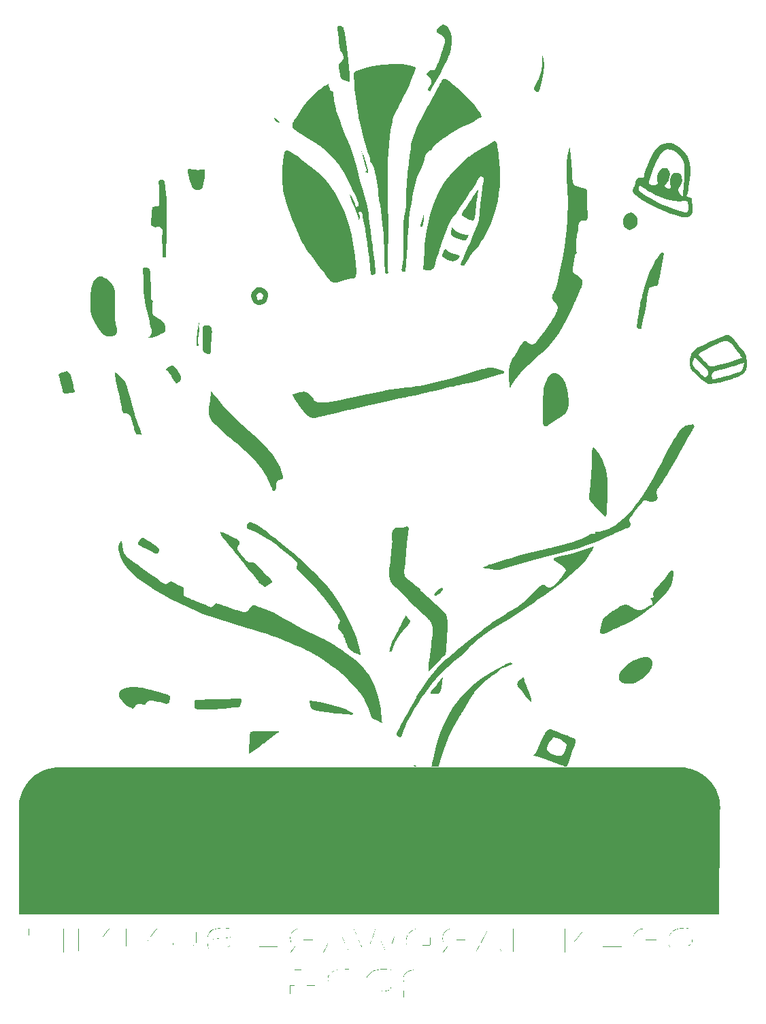
<source format=gbr>
%TF.GenerationSoftware,KiCad,Pcbnew,7.0.1-0*%
%TF.CreationDate,2024-04-28T15:41:34-04:00*%
%TF.ProjectId,OHS2024 Badge Release,4f485332-3032-4342-9042-616467652052,rev?*%
%TF.SameCoordinates,Original*%
%TF.FileFunction,Legend,Bot*%
%TF.FilePolarity,Positive*%
%FSLAX46Y46*%
G04 Gerber Fmt 4.6, Leading zero omitted, Abs format (unit mm)*
G04 Created by KiCad (PCBNEW 7.0.1-0) date 2024-04-28 15:41:34*
%MOMM*%
%LPD*%
G01*
G04 APERTURE LIST*
%ADD10C,0.150000*%
G04 APERTURE END LIST*
D10*
%TO.C,*%
G36*
X96273500Y-120548000D02*
G01*
X96345500Y-120624000D01*
X96395500Y-120691000D01*
X96388500Y-120701000D01*
X96265500Y-120715000D01*
X96233500Y-120715000D01*
X96139500Y-120702000D01*
X96082500Y-120634000D01*
X96028500Y-120553000D01*
X96090500Y-120491000D01*
X96151500Y-120430000D01*
X96273500Y-120548000D01*
G37*
G36*
X78737500Y-39987000D02*
G01*
X78812500Y-40053000D01*
X78967500Y-40180000D01*
X79060500Y-40258000D01*
X79165500Y-40358000D01*
X79198500Y-40403000D01*
X79267500Y-40530000D01*
X79286500Y-40613000D01*
X79238500Y-40609000D01*
X79098500Y-40566000D01*
X78932500Y-40501000D01*
X78809500Y-40441000D01*
X78773500Y-40415000D01*
X78696500Y-40297000D01*
X78663500Y-40081000D01*
X78650500Y-39905000D01*
X78737500Y-39987000D01*
G37*
G36*
X99588500Y-98476000D02*
G01*
X99655500Y-98609000D01*
X99614500Y-98699000D01*
X99499500Y-98859000D01*
X99348500Y-99031000D01*
X99162500Y-99205000D01*
X98903500Y-99385000D01*
X98842500Y-99419000D01*
X98744500Y-99455000D01*
X98673500Y-99430000D01*
X98575500Y-99315000D01*
X98561500Y-99266000D01*
X98600500Y-99180000D01*
X98737500Y-99010000D01*
X98936500Y-98811000D01*
X99152500Y-98626000D01*
X99342500Y-98489000D01*
X99466500Y-98435000D01*
X99588500Y-98476000D01*
G37*
G36*
X97271500Y-52095000D02*
G01*
X97274500Y-52306000D01*
X97274500Y-52420000D01*
X97252500Y-52805000D01*
X97193500Y-53115000D01*
X97136500Y-53282000D01*
X97052500Y-53465000D01*
X96980500Y-53570000D01*
X96952500Y-53582000D01*
X96850500Y-53557000D01*
X96845500Y-53537000D01*
X96859500Y-53399000D01*
X96905500Y-53166000D01*
X96973500Y-52881000D01*
X97053500Y-52587000D01*
X97135500Y-52326000D01*
X97211500Y-52112000D01*
X97254500Y-52029000D01*
X97271500Y-52095000D01*
G37*
G36*
X123112500Y-51795000D02*
G01*
X123394500Y-51937000D01*
X123631500Y-52183000D01*
X123799500Y-52495000D01*
X123876500Y-52839000D01*
X123838500Y-53176000D01*
X123723500Y-53421000D01*
X123447500Y-53723000D01*
X123076500Y-53917000D01*
X122938500Y-53950000D01*
X122692500Y-53923000D01*
X122450500Y-53757000D01*
X122430500Y-53738000D01*
X122187500Y-53429000D01*
X122047500Y-53086000D01*
X122032500Y-52760000D01*
X122068500Y-52620000D01*
X122222500Y-52307000D01*
X122444500Y-52036000D01*
X122701500Y-51847000D01*
X122957500Y-51775000D01*
X123112500Y-51795000D01*
G37*
G36*
X69318500Y-65515000D02*
G01*
X69311500Y-65543000D01*
X69279500Y-65668000D01*
X69267500Y-65719000D01*
X69257500Y-65832000D01*
X69273500Y-66008000D01*
X69290500Y-66156000D01*
X69311500Y-66419000D01*
X69304500Y-66603000D01*
X69268500Y-66767000D01*
X69225500Y-66940000D01*
X69193500Y-67168000D01*
X69181500Y-67459000D01*
X69186500Y-67860000D01*
X69200500Y-68395000D01*
X69099500Y-68395000D01*
X68998500Y-68395000D01*
X68991500Y-68210000D01*
X68988500Y-68039000D01*
X69007500Y-67459000D01*
X69071500Y-66760000D01*
X69181500Y-65925000D01*
X69211500Y-65725000D01*
X69238500Y-65566000D01*
X69260500Y-65499000D01*
X69285500Y-65485000D01*
X69318500Y-65515000D01*
G37*
G36*
X100823500Y-53673000D02*
G01*
X100825500Y-53674000D01*
X100968500Y-53837000D01*
X101173500Y-54026000D01*
X101369500Y-54176000D01*
X101524500Y-54270000D01*
X102079500Y-54499000D01*
X102650500Y-54583000D01*
X102742500Y-54587000D01*
X102815500Y-54609000D01*
X102795500Y-54671000D01*
X102734500Y-54820000D01*
X102582500Y-55085000D01*
X102405500Y-55225000D01*
X102394500Y-55229000D01*
X102255500Y-55254000D01*
X102151500Y-55245000D01*
X101832500Y-55168000D01*
X101375500Y-55011000D01*
X101125500Y-54906000D01*
X100840500Y-54727000D01*
X100683500Y-54519000D01*
X100635500Y-54262000D01*
X100646500Y-54124000D01*
X100687500Y-53877000D01*
X100740500Y-53668000D01*
X100767500Y-53591000D01*
X100823500Y-53673000D01*
G37*
G36*
X99647500Y-109555000D02*
G01*
X99623500Y-109740000D01*
X99582500Y-110018000D01*
X99530500Y-110351000D01*
X99474500Y-110705000D01*
X99444500Y-110879000D01*
X99372500Y-111203000D01*
X99292500Y-111412000D01*
X99188500Y-111537000D01*
X99045500Y-111609000D01*
X98987500Y-111621000D01*
X98834500Y-111628000D01*
X98565500Y-111624000D01*
X98165500Y-111613000D01*
X98107500Y-111555000D01*
X98068500Y-111512000D01*
X98077500Y-111457000D01*
X98096500Y-111430000D01*
X98202500Y-111293000D01*
X98373500Y-111077000D01*
X98588500Y-110807000D01*
X98826500Y-110510000D01*
X99067500Y-110210000D01*
X99291500Y-109933000D01*
X99476500Y-109705000D01*
X99603500Y-109552000D01*
X99651500Y-109497000D01*
X99647500Y-109555000D01*
G37*
G36*
X99981500Y-56339000D02*
G01*
X100008500Y-56384000D01*
X100215500Y-56610000D01*
X100521500Y-56782000D01*
X100956500Y-56915000D01*
X101066500Y-56942000D01*
X101429500Y-57037000D01*
X101651500Y-57113000D01*
X101744500Y-57173000D01*
X101734500Y-57233000D01*
X101651500Y-57376000D01*
X101518500Y-57539000D01*
X101357500Y-57680000D01*
X101035500Y-57812000D01*
X100859500Y-57831000D01*
X100675500Y-57814000D01*
X100585500Y-57798000D01*
X100260500Y-57699000D01*
X99945500Y-57555000D01*
X99691500Y-57391000D01*
X99544500Y-57233000D01*
X99517500Y-57106000D01*
X99544500Y-56925000D01*
X99605500Y-56815000D01*
X99713500Y-56645000D01*
X99822500Y-56469000D01*
X99889500Y-56336000D01*
X99923500Y-56238000D01*
X99981500Y-56339000D01*
G37*
G36*
X111980500Y-32068000D02*
G01*
X112013500Y-32180000D01*
X112063500Y-32375000D01*
X112116500Y-32613000D01*
X112217500Y-33464000D01*
X112186500Y-34354000D01*
X112022500Y-35300000D01*
X111724500Y-36315000D01*
X111706500Y-36366000D01*
X111630500Y-36572000D01*
X111576500Y-36686000D01*
X111519500Y-36760000D01*
X111445500Y-36814000D01*
X111338500Y-36791000D01*
X111174500Y-36658000D01*
X111005500Y-36501000D01*
X111007500Y-36363000D01*
X111009500Y-36312000D01*
X111101500Y-35972000D01*
X111315500Y-35586000D01*
X111551500Y-35182000D01*
X111753500Y-34672000D01*
X111887500Y-34088000D01*
X111958500Y-33404000D01*
X111972500Y-32594000D01*
X111971500Y-32568000D01*
X111969500Y-32302000D01*
X111972500Y-32120000D01*
X111977500Y-32060000D01*
X111980500Y-32068000D01*
G37*
G36*
X89497500Y-44102000D02*
G01*
X89560500Y-44254000D01*
X89654500Y-44489000D01*
X89764500Y-44769000D01*
X89874500Y-45056000D01*
X89971500Y-45312000D01*
X90039500Y-45500000D01*
X90166500Y-45908000D01*
X90284500Y-46435000D01*
X90306500Y-46580000D01*
X90311500Y-46716000D01*
X90283500Y-46792000D01*
X90282500Y-46793000D01*
X90206500Y-46827000D01*
X90059500Y-46762000D01*
X89972500Y-46712000D01*
X90054500Y-46636000D01*
X90070500Y-46620000D01*
X90135500Y-46514000D01*
X90118500Y-46432000D01*
X90066500Y-46266000D01*
X90038500Y-46175000D01*
X89977500Y-45957000D01*
X89895500Y-45660000D01*
X89801500Y-45315000D01*
X89706500Y-44958000D01*
X89616500Y-44621000D01*
X89543500Y-44337000D01*
X89494500Y-44141000D01*
X89478500Y-44065000D01*
X89497500Y-44102000D01*
G37*
G36*
X109707500Y-109581000D02*
G01*
X109728500Y-109658000D01*
X109765500Y-109828000D01*
X109806500Y-110003000D01*
X109893500Y-110295000D01*
X110023500Y-110656000D01*
X110210500Y-111125000D01*
X110340500Y-111452000D01*
X110518500Y-111948000D01*
X110621500Y-112327000D01*
X110655500Y-112601000D01*
X110652500Y-112664000D01*
X110617500Y-112681000D01*
X110599500Y-112669000D01*
X110526500Y-112594000D01*
X110391500Y-112439000D01*
X110185500Y-112194000D01*
X109899500Y-111846000D01*
X109523500Y-111385000D01*
X109322500Y-111138000D01*
X109148500Y-110921000D01*
X109038500Y-110777000D01*
X108970500Y-110678000D01*
X108924500Y-110597000D01*
X108875500Y-110457000D01*
X108904500Y-110236000D01*
X108923500Y-110204000D01*
X109060500Y-110041000D01*
X109256500Y-109854000D01*
X109456500Y-109691000D01*
X109606500Y-109602000D01*
X109637500Y-109592000D01*
X109707500Y-109580000D01*
X109707500Y-109581000D01*
G37*
G36*
X125134500Y-107054000D02*
G01*
X125415500Y-107195000D01*
X125614500Y-107442000D01*
X125672500Y-107594000D01*
X125707500Y-107989000D01*
X125597500Y-108419000D01*
X125348500Y-108869000D01*
X124965500Y-109325000D01*
X124916500Y-109375000D01*
X124415500Y-109802000D01*
X123859500Y-110134000D01*
X123621500Y-110243000D01*
X123152500Y-110385000D01*
X123064500Y-110398000D01*
X122696500Y-110402000D01*
X122312500Y-110346000D01*
X121996500Y-110240000D01*
X121782500Y-110088000D01*
X121590500Y-109839000D01*
X121571500Y-109798000D01*
X121533500Y-109683000D01*
X121526500Y-109525000D01*
X121535500Y-109370000D01*
X121581500Y-109208000D01*
X121640500Y-109077000D01*
X121916500Y-108654000D01*
X122312500Y-108236000D01*
X122798500Y-107848000D01*
X123348500Y-107520000D01*
X123387500Y-107500000D01*
X123801500Y-107321000D01*
X124241500Y-107173000D01*
X124652500Y-107072000D01*
X124980500Y-107035000D01*
X125134500Y-107054000D01*
G37*
G36*
X66111500Y-70856000D02*
G01*
X66157500Y-70888000D01*
X66405500Y-71127000D01*
X66647500Y-71446000D01*
X66855500Y-71798000D01*
X67000500Y-72137000D01*
X67055500Y-72416000D01*
X67038500Y-72514000D01*
X66960500Y-72646000D01*
X66779500Y-72849000D01*
X66549500Y-73013000D01*
X66517500Y-73028000D01*
X66418500Y-73032000D01*
X66380500Y-73016000D01*
X66311500Y-72952000D01*
X66234500Y-72802000D01*
X66228500Y-72790000D01*
X66127500Y-72605000D01*
X65993500Y-72392000D01*
X65966500Y-72351000D01*
X65804500Y-72100000D01*
X65645500Y-71840000D01*
X65533500Y-71658000D01*
X65437500Y-71527000D01*
X65344500Y-71439000D01*
X65278500Y-71381000D01*
X65202500Y-71297000D01*
X65198500Y-71288000D01*
X65211500Y-71172000D01*
X65351500Y-71040000D01*
X65633500Y-70880000D01*
X65644500Y-70874000D01*
X65841500Y-70789000D01*
X65974500Y-70784000D01*
X66111500Y-70856000D01*
G37*
G36*
X62409500Y-92285000D02*
G01*
X62633500Y-92399000D01*
X62917500Y-92561000D01*
X63216500Y-92746000D01*
X63489500Y-92930000D01*
X63574500Y-92993000D01*
X63816500Y-93179000D01*
X64046500Y-93367000D01*
X64226500Y-93526000D01*
X64317500Y-93622000D01*
X64355500Y-93787000D01*
X64345500Y-93876000D01*
X64278500Y-94007000D01*
X64207500Y-94106000D01*
X64075500Y-94221000D01*
X64030500Y-94232000D01*
X63961500Y-94225000D01*
X63851500Y-94188000D01*
X63674500Y-94110000D01*
X63406500Y-93979000D01*
X63020500Y-93787000D01*
X62709500Y-93631000D01*
X62323500Y-93437000D01*
X62049500Y-93294000D01*
X61868500Y-93192000D01*
X61760500Y-93117000D01*
X61707500Y-93058000D01*
X61690500Y-93003000D01*
X61689500Y-92939000D01*
X61722500Y-92786000D01*
X61861500Y-92555000D01*
X61991500Y-92396000D01*
X62157500Y-92263000D01*
X62309500Y-92247000D01*
X62409500Y-92285000D01*
G37*
G36*
X83093500Y-112458000D02*
G01*
X83248500Y-112482000D01*
X83498500Y-112523000D01*
X83799500Y-112574000D01*
X84109500Y-112628000D01*
X84385500Y-112677000D01*
X84612500Y-112720000D01*
X85668500Y-112954000D01*
X86595500Y-113221000D01*
X87419500Y-113530000D01*
X88163500Y-113889000D01*
X88188500Y-113902000D01*
X88348500Y-113991000D01*
X88422500Y-114036000D01*
X88427500Y-114048000D01*
X88413500Y-114153000D01*
X88402500Y-114192000D01*
X88366500Y-114255000D01*
X88345500Y-114253000D01*
X88187500Y-114239000D01*
X87884500Y-114212000D01*
X87446500Y-114171000D01*
X86883500Y-114119000D01*
X86205500Y-114055000D01*
X85880500Y-114024000D01*
X85127500Y-113941000D01*
X84498500Y-113857000D01*
X84000500Y-113773000D01*
X83644500Y-113690000D01*
X83438500Y-113611000D01*
X83279500Y-113462000D01*
X83146500Y-113150000D01*
X83137500Y-113113000D01*
X83102500Y-112910000D01*
X83073500Y-112695000D01*
X83059500Y-112524000D01*
X83065500Y-112455000D01*
X83093500Y-112458000D01*
G37*
G36*
X128234500Y-96323000D02*
G01*
X128330500Y-96492000D01*
X128345500Y-96782000D01*
X128264500Y-97399000D01*
X128050500Y-98093000D01*
X127707500Y-98699000D01*
X127458500Y-99023000D01*
X127015500Y-99533000D01*
X126511500Y-100054000D01*
X125990500Y-100541000D01*
X125863500Y-100649000D01*
X125801500Y-100695000D01*
X125798500Y-100694000D01*
X125734500Y-100644000D01*
X125693500Y-100593000D01*
X125710500Y-100504000D01*
X125731500Y-100403000D01*
X125700500Y-100245000D01*
X125583500Y-100024000D01*
X125453500Y-99809000D01*
X125515500Y-99745000D01*
X125550500Y-99713000D01*
X125678500Y-99670000D01*
X125767500Y-99652000D01*
X125837500Y-99563000D01*
X125833500Y-99484000D01*
X125823500Y-99313000D01*
X125820500Y-99250000D01*
X125821500Y-99095000D01*
X125852500Y-98963000D01*
X125924500Y-98791000D01*
X126071500Y-98576000D01*
X126315500Y-98305000D01*
X126613500Y-97989000D01*
X127275500Y-97219000D01*
X127818500Y-96485000D01*
X127869500Y-96412000D01*
X128009500Y-96282000D01*
X128144500Y-96275000D01*
X128234500Y-96323000D01*
G37*
G36*
X104026500Y-48925000D02*
G01*
X104023500Y-48951000D01*
X103998500Y-49145000D01*
X103961500Y-49452000D01*
X103914500Y-49839000D01*
X103863500Y-50269000D01*
X103812500Y-50707000D01*
X103764500Y-51118000D01*
X103725500Y-51465000D01*
X103697500Y-51706000D01*
X103658500Y-52033000D01*
X103625500Y-52281000D01*
X103604500Y-52410000D01*
X103551500Y-52578000D01*
X103451500Y-52724000D01*
X103317500Y-52754000D01*
X103089500Y-52715000D01*
X102989500Y-52676000D01*
X102777500Y-52580000D01*
X102520500Y-52456000D01*
X102301500Y-52345000D01*
X102085500Y-52218000D01*
X101978500Y-52115000D01*
X101958500Y-52013000D01*
X102003500Y-51885000D01*
X102053500Y-51800000D01*
X102175500Y-51614000D01*
X102335500Y-51385000D01*
X102466500Y-51197000D01*
X102677500Y-50889000D01*
X102919500Y-50530000D01*
X103163500Y-50165000D01*
X103376500Y-49844000D01*
X103589500Y-49522000D01*
X103762500Y-49260000D01*
X103872500Y-49095000D01*
X103886500Y-49073000D01*
X103987500Y-48926000D01*
X104025500Y-48886000D01*
X104026500Y-48925000D01*
G37*
G36*
X94996500Y-101928000D02*
G01*
X95101500Y-102020000D01*
X95246500Y-102163000D01*
X95384500Y-102310000D01*
X95472500Y-102415000D01*
X95556500Y-102567000D01*
X95562500Y-102696000D01*
X95476500Y-102844000D01*
X95284500Y-103057000D01*
X94943500Y-103430000D01*
X94279500Y-104298000D01*
X93733500Y-105239000D01*
X93613500Y-105491000D01*
X93462500Y-105832000D01*
X93346500Y-106122000D01*
X93335500Y-106148000D01*
X93240500Y-106288000D01*
X93171500Y-106344000D01*
X93062500Y-106352000D01*
X92991500Y-106350000D01*
X92965500Y-106373000D01*
X92951500Y-106417000D01*
X92920500Y-106420000D01*
X92943500Y-106322000D01*
X92985500Y-106179000D01*
X93044500Y-105973000D01*
X93045500Y-105970000D01*
X93162500Y-105604000D01*
X93312500Y-105220000D01*
X93508500Y-104788000D01*
X93765500Y-104279000D01*
X94094500Y-103665000D01*
X94134500Y-103592000D01*
X94361500Y-103165000D01*
X94575500Y-102749000D01*
X94753500Y-102386000D01*
X94875500Y-102120000D01*
X94938500Y-101979000D01*
X94974500Y-101915000D01*
X94996500Y-101928000D01*
G37*
G36*
X68243500Y-46380000D02*
G01*
X68485500Y-46426000D01*
X68490500Y-46427000D01*
X68693500Y-46462000D01*
X68883500Y-46478000D01*
X69145500Y-46482000D01*
X69359500Y-46480000D01*
X69569500Y-46468000D01*
X69763500Y-46438000D01*
X69765500Y-46438000D01*
X69934500Y-46409000D01*
X70009500Y-46402000D01*
X70011500Y-46417000D01*
X70007500Y-46550000D01*
X69995500Y-46788000D01*
X69976500Y-47092000D01*
X69953500Y-47425000D01*
X69909500Y-47818000D01*
X69821500Y-48258000D01*
X69704500Y-48607000D01*
X69568500Y-48832000D01*
X69471500Y-48913000D01*
X69265500Y-48976000D01*
X69182500Y-48985000D01*
X69036500Y-48989000D01*
X68908500Y-48965000D01*
X68723500Y-48887000D01*
X68526500Y-48733000D01*
X68410500Y-48545000D01*
X68274500Y-48232000D01*
X68138500Y-47844000D01*
X68017500Y-47422000D01*
X67925500Y-47009000D01*
X67897500Y-46839000D01*
X67876500Y-46598000D01*
X67906500Y-46458000D01*
X67991500Y-46384000D01*
X68039500Y-46365000D01*
X68110500Y-46361000D01*
X68243500Y-46380000D01*
G37*
G36*
X70479500Y-65820000D02*
G01*
X70586500Y-65865000D01*
X70651500Y-65903000D01*
X70803500Y-66062000D01*
X70877500Y-66305000D01*
X70886500Y-66665000D01*
X70872500Y-66923000D01*
X70851500Y-67287000D01*
X70824500Y-67700000D01*
X70796500Y-68128000D01*
X70767500Y-68536000D01*
X70740500Y-68888000D01*
X70718500Y-69151000D01*
X70704500Y-69289000D01*
X70698500Y-69317000D01*
X70629500Y-69362000D01*
X70537500Y-69367000D01*
X70325500Y-69356000D01*
X70151500Y-69328000D01*
X69983500Y-69250000D01*
X69816500Y-69057000D01*
X69736500Y-68754000D01*
X69739500Y-68326000D01*
X69747500Y-68215000D01*
X69757500Y-67840000D01*
X69757500Y-67345000D01*
X69755500Y-67170000D01*
X69751500Y-66745000D01*
X69748500Y-66447000D01*
X69748500Y-66251000D01*
X69752500Y-66134000D01*
X69759500Y-66070000D01*
X69770500Y-66035000D01*
X69786500Y-66005000D01*
X69816500Y-65957000D01*
X69944500Y-65866000D01*
X69992500Y-65843000D01*
X70098500Y-65813000D01*
X70265500Y-65806000D01*
X70356500Y-65806000D01*
X70479500Y-65820000D01*
G37*
G36*
X52942500Y-71563000D02*
G01*
X52970500Y-71575000D01*
X53143500Y-71716000D01*
X53292500Y-71974000D01*
X53423500Y-72362000D01*
X53544500Y-72895000D01*
X53558500Y-72965000D01*
X53627500Y-73293000D01*
X53692500Y-73538000D01*
X53769500Y-73766000D01*
X53808500Y-73875000D01*
X53842500Y-73997000D01*
X53836500Y-74062000D01*
X53751500Y-74142000D01*
X53531500Y-74186000D01*
X53379500Y-74203000D01*
X53161500Y-74231000D01*
X52934500Y-74263000D01*
X52754500Y-74291000D01*
X52677500Y-74307000D01*
X52666500Y-74313000D01*
X52548500Y-74288000D01*
X52459500Y-74226000D01*
X52335500Y-74044000D01*
X52320500Y-74000000D01*
X52269500Y-73820000D01*
X52198500Y-73550000D01*
X52119500Y-73235000D01*
X52042500Y-72918000D01*
X51978500Y-72643000D01*
X51938500Y-72455000D01*
X51903500Y-72298000D01*
X51858500Y-72151000D01*
X51796500Y-71942000D01*
X51846500Y-71809000D01*
X52024500Y-71746000D01*
X52027500Y-71745000D01*
X52170500Y-71708000D01*
X52373500Y-71641000D01*
X52532500Y-71588000D01*
X52771500Y-71539000D01*
X52942500Y-71563000D01*
G37*
G36*
X118459500Y-81015000D02*
G01*
X118514500Y-81078000D01*
X119058500Y-81800000D01*
X119490500Y-82564000D01*
X119788500Y-83332000D01*
X119846500Y-83546000D01*
X120003500Y-84305000D01*
X120103500Y-85125000D01*
X120105500Y-85141000D01*
X120132500Y-85547000D01*
X120146500Y-85960000D01*
X120146500Y-86411000D01*
X120134500Y-86930000D01*
X120107500Y-87548000D01*
X120065500Y-88295000D01*
X120051500Y-88542000D01*
X120031500Y-88875000D01*
X120016500Y-89129000D01*
X120009500Y-89265000D01*
X119981500Y-89432000D01*
X119872500Y-89574000D01*
X119811500Y-89611000D01*
X119347500Y-89138000D01*
X119196500Y-88984000D01*
X118860500Y-88638000D01*
X118602500Y-88366000D01*
X118395500Y-88139000D01*
X118213500Y-87930000D01*
X118117500Y-87815000D01*
X117959500Y-87603000D01*
X117867500Y-87408000D01*
X117830500Y-87188000D01*
X117838500Y-86899000D01*
X117881500Y-86495000D01*
X117981500Y-85519000D01*
X118068500Y-84383000D01*
X118131500Y-83196000D01*
X118167500Y-82015000D01*
X118173500Y-81726000D01*
X118187500Y-81452000D01*
X118211500Y-81270000D01*
X118253500Y-81141000D01*
X118317500Y-81025000D01*
X118380500Y-80926000D01*
X118459500Y-81015000D01*
G37*
G36*
X77868500Y-62117000D02*
G01*
X77866500Y-62275000D01*
X77808500Y-62542000D01*
X77676500Y-62798000D01*
X77374500Y-63113000D01*
X76977500Y-63307000D01*
X76940500Y-63316000D01*
X76736500Y-63326000D01*
X76584500Y-63301000D01*
X76272500Y-63144000D01*
X76015500Y-62871000D01*
X75846500Y-62511000D01*
X75793065Y-62136000D01*
X76456500Y-62136000D01*
X76475500Y-62359000D01*
X76528500Y-62548000D01*
X76529500Y-62550000D01*
X76625500Y-62643000D01*
X76719500Y-62672000D01*
X76856500Y-62648000D01*
X76991500Y-62593000D01*
X77186500Y-62400000D01*
X77255500Y-62117000D01*
X77255500Y-62090000D01*
X77228500Y-61958000D01*
X77131500Y-61865000D01*
X76922500Y-61769000D01*
X76799500Y-61720000D01*
X76712500Y-61758000D01*
X76640500Y-61797000D01*
X76483500Y-61959000D01*
X76478500Y-61970000D01*
X76456500Y-62136000D01*
X75793065Y-62136000D01*
X75790500Y-62118000D01*
X75870500Y-61726000D01*
X76096500Y-61393000D01*
X76170500Y-61325000D01*
X76514500Y-61128000D01*
X76915500Y-61080000D01*
X77018500Y-61092000D01*
X77381500Y-61225000D01*
X77666500Y-61484000D01*
X77846500Y-61844000D01*
X77870500Y-61980000D01*
X77868500Y-62117000D01*
G37*
G36*
X78383500Y-116317000D02*
G01*
X78733500Y-116318000D01*
X78973500Y-116321000D01*
X79123500Y-116325000D01*
X79201500Y-116331000D01*
X79228500Y-116339000D01*
X79222500Y-116351000D01*
X79209500Y-116360000D01*
X79096500Y-116443000D01*
X78922500Y-116569000D01*
X78853500Y-116619000D01*
X78740500Y-116703000D01*
X78601500Y-116810000D01*
X78417500Y-116956000D01*
X78167500Y-117155000D01*
X77832500Y-117424000D01*
X77393500Y-117777000D01*
X77309500Y-117845000D01*
X76702500Y-118311000D01*
X76176500Y-118677000D01*
X75705500Y-118958000D01*
X75629500Y-118998000D01*
X75527500Y-119044000D01*
X75499500Y-119032000D01*
X75500500Y-118978000D01*
X75507500Y-118791000D01*
X75520500Y-118505000D01*
X75538500Y-118152000D01*
X75557500Y-117767000D01*
X75578500Y-117383000D01*
X75597500Y-117035000D01*
X75613500Y-116755000D01*
X75615500Y-116737000D01*
X75633500Y-116541000D01*
X75653500Y-116429000D01*
X75660500Y-116409000D01*
X75680500Y-116377000D01*
X75722500Y-116354000D01*
X75805500Y-116337000D01*
X75950500Y-116326000D01*
X76176500Y-116319000D01*
X76503500Y-116316000D01*
X76951500Y-116316000D01*
X77539500Y-116316000D01*
X77904500Y-116316000D01*
X78383500Y-116317000D01*
G37*
G36*
X113739500Y-71774000D02*
G01*
X113832500Y-71815000D01*
X114170500Y-72040000D01*
X114486500Y-72354000D01*
X114728500Y-72708000D01*
X114744500Y-72741000D01*
X114847500Y-72978000D01*
X114961500Y-73286000D01*
X115062500Y-73595000D01*
X115106500Y-73756000D01*
X115215500Y-74415000D01*
X115239500Y-74670000D01*
X115266500Y-74948000D01*
X115278500Y-75080000D01*
X115289500Y-75662000D01*
X115216500Y-76134000D01*
X115054500Y-76521000D01*
X114975500Y-76636000D01*
X114732500Y-76896000D01*
X114465500Y-77094000D01*
X114340500Y-77166000D01*
X113908500Y-77433000D01*
X113412500Y-77765000D01*
X112895500Y-78132000D01*
X112877500Y-78145000D01*
X112695500Y-78270000D01*
X112565500Y-78347000D01*
X112420500Y-78391000D01*
X112235500Y-78341000D01*
X112117500Y-78146000D01*
X112102500Y-78088000D01*
X112084500Y-77962000D01*
X112071500Y-77779000D01*
X112064500Y-77516000D01*
X112063500Y-77155000D01*
X112066500Y-76675000D01*
X112073500Y-76055000D01*
X112084500Y-75402000D01*
X112099500Y-74838000D01*
X112120500Y-74385000D01*
X112150500Y-74017000D01*
X112192500Y-73709000D01*
X112248500Y-73437000D01*
X112322500Y-73174000D01*
X112415500Y-72895000D01*
X112461500Y-72769000D01*
X112638500Y-72360000D01*
X112821500Y-72075000D01*
X113025500Y-71886000D01*
X113089500Y-71845000D01*
X113417500Y-71733000D01*
X113739500Y-71774000D01*
G37*
G36*
X74496500Y-112223000D02*
G01*
X74546500Y-112322000D01*
X74538500Y-112500000D01*
X74525500Y-112630000D01*
X74506500Y-112854000D01*
X74500500Y-112928000D01*
X74438500Y-113144000D01*
X74290500Y-113258000D01*
X74021500Y-113304000D01*
X73996500Y-113306000D01*
X73789500Y-113323000D01*
X73491500Y-113352000D01*
X73155500Y-113387000D01*
X72924500Y-113411000D01*
X72465500Y-113459000D01*
X72124500Y-113494000D01*
X71875500Y-113518000D01*
X71689500Y-113534000D01*
X71538500Y-113544000D01*
X71392500Y-113552000D01*
X71353500Y-113553000D01*
X71114500Y-113558000D01*
X70787500Y-113560000D01*
X70408500Y-113560000D01*
X70013500Y-113558000D01*
X69636500Y-113554000D01*
X69314500Y-113548000D01*
X69081500Y-113541000D01*
X68973500Y-113533000D01*
X68847500Y-113477000D01*
X68759500Y-113336000D01*
X68735500Y-113081000D01*
X68730500Y-112912000D01*
X68712500Y-112714000D01*
X68705500Y-112659000D01*
X68720500Y-112497000D01*
X68825500Y-112405000D01*
X68855500Y-112393000D01*
X68908500Y-112382000D01*
X69003500Y-112373000D01*
X69164500Y-112367000D01*
X69414500Y-112362000D01*
X69776500Y-112357000D01*
X70275500Y-112352000D01*
X70828500Y-112345000D01*
X71606500Y-112331000D01*
X72279500Y-112311000D01*
X72880500Y-112284000D01*
X73443500Y-112248000D01*
X74000500Y-112203000D01*
X74100500Y-112195000D01*
X74357500Y-112187000D01*
X74496500Y-112223000D01*
G37*
G36*
X122491500Y-100530000D02*
G01*
X122723500Y-100606000D01*
X122987500Y-100776000D01*
X123130500Y-100879000D01*
X123381500Y-101032000D01*
X123633500Y-101135000D01*
X123858500Y-101193000D01*
X124328500Y-101198000D01*
X124810500Y-101048000D01*
X125310500Y-100741000D01*
X125455500Y-100641000D01*
X125571500Y-100583000D01*
X125624500Y-100580000D01*
X125708500Y-100639000D01*
X125777500Y-100708000D01*
X125561500Y-100899000D01*
X125455500Y-100992000D01*
X124369500Y-101833000D01*
X123175500Y-102561000D01*
X122977500Y-102662000D01*
X122667500Y-102812000D01*
X122277500Y-102996000D01*
X121836500Y-103201000D01*
X121371500Y-103414000D01*
X120910500Y-103623000D01*
X120483500Y-103814000D01*
X120115500Y-103975000D01*
X119837500Y-104094000D01*
X119675500Y-104157000D01*
X119425500Y-104187000D01*
X119244500Y-104090000D01*
X119207500Y-104039000D01*
X119195500Y-103962000D01*
X119202500Y-103795000D01*
X119239500Y-103482000D01*
X119350500Y-102991000D01*
X119516500Y-102487000D01*
X119532500Y-102446000D01*
X119629500Y-102235000D01*
X119745500Y-102091000D01*
X119937500Y-101941000D01*
X120001500Y-101895000D01*
X120236500Y-101726000D01*
X120482500Y-101548000D01*
X120571500Y-101486000D01*
X120814500Y-101320000D01*
X121012500Y-101194000D01*
X121043500Y-101176000D01*
X121266500Y-101037000D01*
X121505500Y-100883000D01*
X121714500Y-100750000D01*
X121991500Y-100601000D01*
X122212500Y-100530000D01*
X122415500Y-100521000D01*
X122491500Y-100530000D01*
G37*
G36*
X86974500Y-28599000D02*
G01*
X87187500Y-28722000D01*
X87200500Y-28735000D01*
X87240500Y-28780000D01*
X87270500Y-28842000D01*
X87301500Y-28957000D01*
X87343500Y-29160000D01*
X87406500Y-29485000D01*
X87422500Y-29573000D01*
X87701500Y-31246000D01*
X87895500Y-32894000D01*
X88015500Y-34604000D01*
X88021500Y-34744000D01*
X88031500Y-35041000D01*
X88035500Y-35269000D01*
X88035500Y-35275000D01*
X88033500Y-35443000D01*
X88021500Y-35504000D01*
X87990500Y-35506000D01*
X87903500Y-35489000D01*
X87729500Y-35454000D01*
X87425500Y-35382000D01*
X87184500Y-35282000D01*
X87018500Y-35144000D01*
X86993500Y-35113000D01*
X86918500Y-34974000D01*
X86860500Y-34762000D01*
X86806500Y-34433000D01*
X86794500Y-34349000D01*
X86750500Y-34056000D01*
X86712500Y-33816000D01*
X86691500Y-33673000D01*
X86687500Y-33408000D01*
X86762500Y-33220000D01*
X86931500Y-33056000D01*
X87089500Y-32915000D01*
X87245500Y-32676000D01*
X87274500Y-32479000D01*
X87194500Y-32152000D01*
X86976500Y-31784000D01*
X86936500Y-31730000D01*
X86860500Y-31606000D01*
X86806500Y-31466000D01*
X86766500Y-31272000D01*
X86732500Y-30991000D01*
X86695500Y-30585000D01*
X86688500Y-30504000D01*
X86644500Y-30003000D01*
X86607500Y-29622000D01*
X86574500Y-29328000D01*
X86543500Y-29085000D01*
X86527500Y-28964000D01*
X86523500Y-28714000D01*
X86576500Y-28590000D01*
X86630500Y-28562000D01*
X86755500Y-28561000D01*
X86974500Y-28599000D01*
G37*
G36*
X58870500Y-71633000D02*
G01*
X59025500Y-71737000D01*
X59225500Y-71886000D01*
X59247500Y-71903000D01*
X59694500Y-72344000D01*
X60069500Y-72883000D01*
X60333500Y-73465000D01*
X60363500Y-73559000D01*
X60461500Y-73888000D01*
X60593500Y-74354000D01*
X60756500Y-74943000D01*
X60945500Y-75645000D01*
X61101500Y-76225000D01*
X61257500Y-76795000D01*
X61385500Y-77250000D01*
X61493500Y-77611000D01*
X61585500Y-77898000D01*
X61670500Y-78133000D01*
X61754500Y-78337000D01*
X61844500Y-78532000D01*
X61914500Y-78682000D01*
X62071500Y-79062000D01*
X62147500Y-79333000D01*
X62161500Y-79420000D01*
X61913500Y-79410000D01*
X61752500Y-79400000D01*
X61556500Y-79353000D01*
X61418500Y-79255000D01*
X61327500Y-79136000D01*
X61263500Y-78958000D01*
X61215500Y-78675000D01*
X61210500Y-78643000D01*
X61153500Y-78409000D01*
X61054500Y-78085000D01*
X61002500Y-77922000D01*
X60924500Y-77659000D01*
X60875500Y-77475000D01*
X60838500Y-77333000D01*
X60679500Y-76998000D01*
X60447500Y-76803000D01*
X60348500Y-76768000D01*
X60175500Y-76755000D01*
X60083500Y-76752000D01*
X59923500Y-76717000D01*
X59870500Y-76689000D01*
X59795500Y-76613000D01*
X59746500Y-76471000D01*
X59703500Y-76216000D01*
X59659500Y-75931000D01*
X59602500Y-75626000D01*
X59525500Y-75267000D01*
X59422500Y-74821000D01*
X59285500Y-74255000D01*
X59197500Y-73896000D01*
X59078500Y-73393000D01*
X58990500Y-72993000D01*
X58926500Y-72664000D01*
X58878500Y-72375000D01*
X58843500Y-72121000D01*
X58816500Y-71874000D01*
X58800500Y-71684000D01*
X58801500Y-71602000D01*
X58870500Y-71633000D01*
G37*
G36*
X61112500Y-110751000D02*
G01*
X61381500Y-110775000D01*
X61538500Y-110792000D01*
X61915500Y-110843000D01*
X62299500Y-110911000D01*
X62718500Y-111004000D01*
X63202500Y-111128000D01*
X63780500Y-111289000D01*
X64480500Y-111495000D01*
X64640500Y-111543000D01*
X65044500Y-111665000D01*
X65325500Y-111755000D01*
X65507500Y-111821000D01*
X65614500Y-111872000D01*
X65669500Y-111918000D01*
X65696500Y-111968000D01*
X65698500Y-111973000D01*
X65711500Y-112116000D01*
X65657500Y-112340000D01*
X65616500Y-112473000D01*
X65565500Y-112637000D01*
X65555500Y-112667000D01*
X65433500Y-112846000D01*
X65255500Y-112885000D01*
X65192500Y-112867000D01*
X65035500Y-112806000D01*
X64780500Y-112719000D01*
X64395500Y-112664000D01*
X64390500Y-112664000D01*
X64160500Y-112633000D01*
X63875500Y-112562000D01*
X63827500Y-112548000D01*
X63588500Y-112488000D01*
X63411500Y-112452000D01*
X63147500Y-112454000D01*
X62888500Y-112575000D01*
X62661500Y-112840000D01*
X62606500Y-112919000D01*
X62539500Y-112992000D01*
X62533500Y-112995000D01*
X62405500Y-112982000D01*
X62392500Y-112979000D01*
X62044500Y-112899000D01*
X61807500Y-112883000D01*
X61732500Y-112894000D01*
X61458500Y-113022000D01*
X61247500Y-113290000D01*
X61209500Y-113355000D01*
X61117500Y-113453000D01*
X61076500Y-113467000D01*
X61020500Y-113467000D01*
X60895500Y-113434000D01*
X60483500Y-113255000D01*
X60071500Y-112957000D01*
X59709500Y-112581000D01*
X59442500Y-112165000D01*
X59350500Y-111936000D01*
X59326500Y-111669000D01*
X59417500Y-111396000D01*
X59524500Y-111241000D01*
X59824500Y-111015000D01*
X60259500Y-110853000D01*
X60821500Y-110757000D01*
X60924500Y-110749000D01*
X61112500Y-110751000D01*
G37*
G36*
X108182500Y-107809000D02*
G01*
X108258500Y-107849000D01*
X108312500Y-107883000D01*
X108288500Y-107895000D01*
X108148500Y-107960000D01*
X107914500Y-108069000D01*
X107617500Y-108205000D01*
X106928500Y-108521000D01*
X106214500Y-109053000D01*
X105983500Y-109224000D01*
X105672500Y-109454000D01*
X105410500Y-109647000D01*
X105235500Y-109774000D01*
X105031500Y-109924000D01*
X104683500Y-110211000D01*
X104345500Y-110538000D01*
X103948500Y-110975000D01*
X103560500Y-111475000D01*
X103511500Y-111544000D01*
X103394500Y-111711000D01*
X103273500Y-111891000D01*
X103135500Y-112106000D01*
X102968500Y-112377000D01*
X102758500Y-112723000D01*
X102493500Y-113165000D01*
X102160500Y-113725000D01*
X102033500Y-113935000D01*
X101879500Y-114185000D01*
X101768500Y-114359000D01*
X101543500Y-114710000D01*
X101227500Y-115244000D01*
X100909500Y-115824000D01*
X100621500Y-116391000D01*
X100406500Y-116848000D01*
X99852500Y-118211000D01*
X99385500Y-119665000D01*
X99284500Y-120020000D01*
X99192500Y-120337000D01*
X99122500Y-120573000D01*
X99085500Y-120690000D01*
X99045500Y-120704000D01*
X98905500Y-120713000D01*
X98635500Y-120715000D01*
X98194500Y-120715000D01*
X98205500Y-120670000D01*
X98210500Y-120644000D01*
X98241500Y-120496000D01*
X98286500Y-120275000D01*
X98422500Y-119635000D01*
X98801500Y-118128000D01*
X99238500Y-116753000D01*
X99738500Y-115496000D01*
X100304500Y-114345000D01*
X100854500Y-113413000D01*
X101659500Y-112282000D01*
X102558500Y-111264000D01*
X103565500Y-110343000D01*
X103751500Y-110193000D01*
X104586500Y-109590000D01*
X105512500Y-109018000D01*
X106474500Y-108511000D01*
X106587500Y-108455000D01*
X106856500Y-108311000D01*
X107066500Y-108185000D01*
X107139500Y-108137000D01*
X107528500Y-107922000D01*
X107876500Y-107787000D01*
X108045500Y-107740000D01*
X108182500Y-107809000D01*
G37*
G36*
X57192500Y-59748000D02*
G01*
X57342500Y-59796000D01*
X57494500Y-59864000D01*
X57730500Y-60018000D01*
X58024500Y-60266000D01*
X58290500Y-60535000D01*
X58617500Y-61013000D01*
X58800500Y-61535000D01*
X58804500Y-61555000D01*
X58823500Y-61668000D01*
X58832500Y-61799000D01*
X58833500Y-61996000D01*
X58827500Y-62305000D01*
X58820500Y-62653000D01*
X58809500Y-63174000D01*
X58802500Y-63573000D01*
X58798500Y-63874000D01*
X58798500Y-64103000D01*
X58800500Y-64283000D01*
X58805500Y-64439000D01*
X58813500Y-64595000D01*
X58835500Y-64914000D01*
X58916500Y-65628000D01*
X59047500Y-66285000D01*
X59077500Y-66436000D01*
X59095500Y-66605000D01*
X59093500Y-66654000D01*
X58995500Y-66914000D01*
X58767500Y-67107000D01*
X58427500Y-67216000D01*
X58411500Y-67218000D01*
X58168500Y-67220000D01*
X57916500Y-67183000D01*
X57803500Y-67144000D01*
X57616500Y-67062000D01*
X57487500Y-66993000D01*
X57368500Y-66902000D01*
X57209500Y-66747000D01*
X57052500Y-66581000D01*
X56601500Y-66018000D01*
X56245500Y-65405000D01*
X56179500Y-65268000D01*
X56011500Y-64865000D01*
X55885500Y-64447000D01*
X55855500Y-64325000D01*
X55805500Y-64101000D01*
X55773500Y-63889000D01*
X55755500Y-63646000D01*
X55747500Y-63329000D01*
X55745500Y-62895000D01*
X55745500Y-62815000D01*
X55746500Y-62461000D01*
X55749500Y-62222000D01*
X55757500Y-62059000D01*
X55770500Y-61933000D01*
X55792500Y-61805000D01*
X55830500Y-61603000D01*
X55895500Y-61292000D01*
X55966500Y-60968000D01*
X56031500Y-60686000D01*
X56077500Y-60505000D01*
X56117500Y-60387000D01*
X56321500Y-60038000D01*
X56609500Y-59812000D01*
X56663500Y-59787000D01*
X56781500Y-59752000D01*
X56955500Y-59739000D01*
X57059500Y-59736000D01*
X57192500Y-59748000D01*
G37*
G36*
X127127500Y-56845000D02*
G01*
X127148500Y-56904000D01*
X127125500Y-57019000D01*
X127091500Y-57169000D01*
X127031500Y-57455000D01*
X126955500Y-57838000D01*
X126868500Y-58285000D01*
X126776500Y-58764000D01*
X126685500Y-59243000D01*
X126602500Y-59691000D01*
X126534500Y-60074000D01*
X126490500Y-60322000D01*
X126447500Y-60538000D01*
X126412500Y-60665000D01*
X126377500Y-60744000D01*
X126326500Y-60819000D01*
X126185500Y-60910000D01*
X125945500Y-60946000D01*
X125707500Y-60974000D01*
X125470500Y-61058000D01*
X125314500Y-61212000D01*
X125251500Y-61334000D01*
X125187500Y-61557000D01*
X125135500Y-61895000D01*
X125051500Y-62526000D01*
X124918500Y-63365000D01*
X124757500Y-64212000D01*
X124558500Y-65115000D01*
X124312500Y-66121000D01*
X124310500Y-66130000D01*
X124254500Y-66236000D01*
X124229500Y-66255000D01*
X124103500Y-66275000D01*
X124034500Y-66271000D01*
X123856500Y-66193000D01*
X123782500Y-65998000D01*
X123780500Y-65869000D01*
X123805500Y-65604000D01*
X123854500Y-65299000D01*
X123880500Y-65148000D01*
X123922500Y-64878000D01*
X123965500Y-64571000D01*
X123970500Y-64537000D01*
X124041500Y-64064000D01*
X124108500Y-63716000D01*
X124178500Y-63463000D01*
X124194500Y-63415000D01*
X124215500Y-63319000D01*
X124191500Y-63243000D01*
X124181500Y-63217000D01*
X124156500Y-63060000D01*
X124157500Y-63024000D01*
X124182500Y-62917000D01*
X124263500Y-62750000D01*
X124357500Y-62545000D01*
X124414500Y-62325000D01*
X124460500Y-62104000D01*
X124858500Y-60590000D01*
X125394500Y-59135000D01*
X125451500Y-59006000D01*
X125590500Y-58705000D01*
X125753500Y-58370000D01*
X125916500Y-58045000D01*
X126058500Y-57775000D01*
X126156500Y-57605000D01*
X126344500Y-57341000D01*
X126554500Y-57087000D01*
X126745500Y-56893000D01*
X126882500Y-56798000D01*
X127002500Y-56782000D01*
X127127500Y-56845000D01*
G37*
G36*
X72070500Y-91526000D02*
G01*
X72255500Y-91568000D01*
X72630500Y-91709000D01*
X73038500Y-91920000D01*
X73116500Y-91964000D01*
X73432500Y-92134000D01*
X73838500Y-92331000D01*
X73851500Y-92337000D01*
X74152500Y-92512000D01*
X74309500Y-92683000D01*
X74333500Y-92768000D01*
X74289500Y-92993000D01*
X74125500Y-93255000D01*
X74033500Y-93410000D01*
X74043500Y-93582000D01*
X74075500Y-93665000D01*
X74226500Y-93927000D01*
X74453500Y-94241000D01*
X74724500Y-94570000D01*
X75008500Y-94876000D01*
X75272500Y-95121000D01*
X75485500Y-95270000D01*
X75491500Y-95273000D01*
X75587500Y-95301000D01*
X75748500Y-95300000D01*
X76018500Y-95321000D01*
X76310500Y-95464000D01*
X76427500Y-95567000D01*
X76625500Y-95763000D01*
X76859500Y-96008000D01*
X77094500Y-96264000D01*
X77294500Y-96495000D01*
X77360500Y-96573000D01*
X77745500Y-96983000D01*
X78091500Y-97264000D01*
X78236500Y-97367000D01*
X78332500Y-97475000D01*
X78355500Y-97595000D01*
X78355500Y-97602000D01*
X78333500Y-97710000D01*
X78250500Y-97822000D01*
X78071500Y-97983000D01*
X78021500Y-98025000D01*
X77768500Y-98213000D01*
X77586500Y-98296000D01*
X77532500Y-98304000D01*
X77303500Y-98244000D01*
X77257500Y-98213000D01*
X77086500Y-98075000D01*
X76885500Y-97892000D01*
X76710500Y-97712000D01*
X76681500Y-97678000D01*
X76555500Y-97525000D01*
X76346500Y-97269000D01*
X76066500Y-96923000D01*
X75724500Y-96501000D01*
X75332500Y-96016000D01*
X74902500Y-95483000D01*
X74444500Y-94915000D01*
X74193500Y-94603000D01*
X73752500Y-94056000D01*
X73347500Y-93552000D01*
X72987500Y-93106000D01*
X72684500Y-92731000D01*
X72449500Y-92440000D01*
X72293500Y-92247000D01*
X72226500Y-92165000D01*
X72045500Y-91878000D01*
X71975500Y-91580000D01*
X71975500Y-91513000D01*
X72070500Y-91526000D01*
G37*
G36*
X99891500Y-28456000D02*
G01*
X100128500Y-28598000D01*
X100142500Y-28613000D01*
X100307500Y-28847000D01*
X100473500Y-29161000D01*
X100605500Y-29483000D01*
X100733500Y-30036000D01*
X100765500Y-30730000D01*
X100675500Y-31435000D01*
X100465500Y-32105000D01*
X100441500Y-32159000D01*
X100338500Y-32389000D01*
X100190500Y-32712000D01*
X100016500Y-33088000D01*
X99833500Y-33479000D01*
X99659500Y-33847000D01*
X99275500Y-34613000D01*
X98822500Y-35418000D01*
X98386500Y-36080000D01*
X98361500Y-36116000D01*
X98254500Y-36268000D01*
X98197500Y-36369000D01*
X98152500Y-36482000D01*
X98131500Y-36536000D01*
X98073500Y-36637000D01*
X98007500Y-36672000D01*
X97862500Y-36624000D01*
X97795500Y-36578000D01*
X97736500Y-36453000D01*
X97824500Y-36291000D01*
X97885500Y-36213000D01*
X98006500Y-36041000D01*
X98149500Y-35749000D01*
X98190500Y-35410000D01*
X98078500Y-35110000D01*
X97813500Y-34853000D01*
X97692500Y-34754000D01*
X97632500Y-34606000D01*
X97705500Y-34407000D01*
X97761500Y-34310000D01*
X97912500Y-34121000D01*
X98074500Y-34050000D01*
X98293500Y-34075000D01*
X98426500Y-34090000D01*
X98554500Y-34038000D01*
X98678500Y-33888000D01*
X98828500Y-33612000D01*
X98853500Y-33562000D01*
X98979500Y-33294000D01*
X99093500Y-33021000D01*
X99208500Y-32706000D01*
X99338500Y-32310000D01*
X99497500Y-31798000D01*
X99502500Y-31782000D01*
X99605500Y-31448000D01*
X99703500Y-31137000D01*
X99776500Y-30913000D01*
X99790500Y-30872000D01*
X99855500Y-30653000D01*
X99887500Y-30503000D01*
X99875500Y-30294000D01*
X99790500Y-30057000D01*
X99705500Y-29942000D01*
X99452500Y-29716000D01*
X99163500Y-29556000D01*
X98949500Y-29457000D01*
X98850500Y-29346000D01*
X98851500Y-29194000D01*
X98893500Y-29065000D01*
X99092500Y-28751000D01*
X99206500Y-28648000D01*
X99399500Y-28535000D01*
X99492500Y-28490000D01*
X99615500Y-28444000D01*
X99732500Y-28435000D01*
X99891500Y-28456000D01*
G37*
G36*
X64721500Y-47713000D02*
G01*
X64891500Y-47772000D01*
X64987500Y-47925000D01*
X65035500Y-48205000D01*
X65049500Y-48335000D01*
X65080500Y-48611000D01*
X65118500Y-48915000D01*
X65143500Y-49115000D01*
X65180500Y-49414000D01*
X65207500Y-49635000D01*
X65218500Y-49744000D01*
X65242500Y-50135000D01*
X65259500Y-50682000D01*
X65269500Y-51383000D01*
X65273500Y-52235000D01*
X65271500Y-53236000D01*
X65262500Y-54382000D01*
X65248500Y-55675000D01*
X65192500Y-55675000D01*
X65135500Y-55675000D01*
X65136500Y-56340000D01*
X65137500Y-56437000D01*
X65140500Y-56745000D01*
X65146500Y-56982000D01*
X65154500Y-57103000D01*
X65156500Y-57246000D01*
X65074500Y-57340000D01*
X64990500Y-57372000D01*
X64870500Y-57354000D01*
X64800500Y-57326000D01*
X64750500Y-57259000D01*
X64731500Y-57116000D01*
X64732500Y-56856000D01*
X64731500Y-56611000D01*
X64721500Y-56260000D01*
X64704500Y-55905000D01*
X64683500Y-55401000D01*
X64688500Y-54836000D01*
X64734500Y-54405000D01*
X64756500Y-54272000D01*
X64772500Y-54063000D01*
X64747500Y-53907000D01*
X64694500Y-53787000D01*
X64499500Y-53620000D01*
X64424500Y-53589000D01*
X64330500Y-53577000D01*
X64157500Y-53585000D01*
X64102500Y-53589000D01*
X63797500Y-53600000D01*
X63605500Y-53576000D01*
X63488500Y-53509000D01*
X63406500Y-53386000D01*
X63345500Y-53268000D01*
X63338500Y-52847000D01*
X63338500Y-52680000D01*
X63348500Y-52317000D01*
X63369500Y-51940000D01*
X63398500Y-51592000D01*
X63432500Y-51318000D01*
X63467500Y-51159000D01*
X63486500Y-51124000D01*
X63597500Y-51055000D01*
X63821500Y-51035000D01*
X63862500Y-51035000D01*
X64005500Y-51023000D01*
X64116500Y-50980000D01*
X64205500Y-50924000D01*
X64285500Y-50807000D01*
X64344500Y-50689000D01*
X64339500Y-49717000D01*
X64337500Y-49546000D01*
X64333500Y-49115000D01*
X64324500Y-48801000D01*
X64311500Y-48570000D01*
X64291500Y-48389000D01*
X64263500Y-48226000D01*
X64242500Y-48099000D01*
X64258500Y-47870000D01*
X64381500Y-47747000D01*
X64624500Y-47709000D01*
X64721500Y-47713000D01*
G37*
G36*
X62797500Y-58612000D02*
G01*
X63022500Y-58695000D01*
X63157500Y-58894000D01*
X63173500Y-58944000D01*
X63187500Y-59024000D01*
X63200500Y-59157000D01*
X63213500Y-59368000D01*
X63228500Y-59685000D01*
X63247500Y-60135000D01*
X63249500Y-60180000D01*
X63269500Y-60658000D01*
X63286500Y-61135000D01*
X63301500Y-61558000D01*
X63310500Y-61875000D01*
X63325500Y-62485000D01*
X63383500Y-62602000D01*
X63527500Y-62780000D01*
X63613500Y-62841000D01*
X63566500Y-62898000D01*
X63505500Y-63070000D01*
X63490500Y-63191000D01*
X63460500Y-63395000D01*
X63434500Y-63659000D01*
X63433500Y-63958000D01*
X63462500Y-64175000D01*
X63484500Y-64239000D01*
X63586500Y-64442000D01*
X63754500Y-64629000D01*
X64014500Y-64826000D01*
X64395500Y-65059000D01*
X64586500Y-65181000D01*
X64722500Y-65289000D01*
X64818500Y-65412000D01*
X64957500Y-65673000D01*
X65054500Y-65955000D01*
X65080500Y-66092000D01*
X65094500Y-66367000D01*
X65056500Y-66569000D01*
X65031500Y-66615000D01*
X64964500Y-66673000D01*
X64811500Y-66750000D01*
X64788500Y-66761000D01*
X64565500Y-66873000D01*
X64322500Y-67000000D01*
X64166500Y-67083000D01*
X63871500Y-67220000D01*
X63623500Y-67297000D01*
X63365500Y-67335000D01*
X63225500Y-67342000D01*
X63046500Y-67339000D01*
X62955500Y-67321000D01*
X62995500Y-67279000D01*
X63020500Y-67262000D01*
X63180500Y-67107000D01*
X63300500Y-66934000D01*
X63359500Y-66770000D01*
X63387500Y-66476000D01*
X63357500Y-66338000D01*
X63296500Y-66135000D01*
X63232500Y-65913000D01*
X63165500Y-65595000D01*
X63162500Y-65577000D01*
X63112500Y-65334000D01*
X63038500Y-65008000D01*
X62954500Y-64665000D01*
X62948500Y-64638000D01*
X62861500Y-64287000D01*
X62782500Y-63951000D01*
X62726500Y-63701000D01*
X62655500Y-63332000D01*
X62415500Y-61597000D01*
X62335500Y-59852000D01*
X62332500Y-59534000D01*
X62322500Y-59324000D01*
X62303500Y-59184000D01*
X62300500Y-59172000D01*
X62280500Y-58913000D01*
X62328500Y-58740000D01*
X62454500Y-58641000D01*
X62695500Y-58606000D01*
X62797500Y-58612000D01*
G37*
G36*
X80353500Y-44111000D02*
G01*
X80645500Y-44244000D01*
X80701500Y-44273000D01*
X80955500Y-44413000D01*
X81202500Y-44568000D01*
X81475500Y-44760000D01*
X81805500Y-45012000D01*
X82225500Y-45345000D01*
X82533500Y-45591000D01*
X82775500Y-45781000D01*
X82981500Y-45938000D01*
X83197500Y-46096000D01*
X83469500Y-46290000D01*
X83662500Y-46430000D01*
X84082500Y-46766000D01*
X84502500Y-47155000D01*
X84784500Y-47444000D01*
X85524500Y-48337000D01*
X86221500Y-49384000D01*
X86875500Y-50585000D01*
X87324500Y-51568000D01*
X87867500Y-53064000D01*
X88253500Y-54585000D01*
X88358500Y-55122000D01*
X88544500Y-56189000D01*
X88681500Y-57171000D01*
X88776500Y-58112000D01*
X88833500Y-59055000D01*
X88841500Y-59378000D01*
X88830500Y-59604000D01*
X88792500Y-59745000D01*
X88722500Y-59839000D01*
X88657500Y-59887000D01*
X88502500Y-59944000D01*
X88237500Y-59994000D01*
X87480500Y-60145000D01*
X86683500Y-60377000D01*
X86637500Y-60393000D01*
X86434500Y-60459000D01*
X86308500Y-60495000D01*
X86273500Y-60502000D01*
X85963500Y-60474000D01*
X85684500Y-60312000D01*
X85584500Y-60205000D01*
X85400500Y-59986000D01*
X85160500Y-59691000D01*
X84886500Y-59345000D01*
X84599500Y-58977000D01*
X84321500Y-58612000D01*
X84072500Y-58279000D01*
X83875500Y-58005000D01*
X83852500Y-57973000D01*
X83708500Y-57772000D01*
X83511500Y-57503000D01*
X83298500Y-57216000D01*
X83165500Y-57036000D01*
X82820500Y-56564000D01*
X82548500Y-56173000D01*
X82328500Y-55831000D01*
X82139500Y-55504000D01*
X81961500Y-55160000D01*
X81774500Y-54765000D01*
X81752500Y-54716000D01*
X81554500Y-54273000D01*
X81323500Y-53738000D01*
X81078500Y-53157000D01*
X80839500Y-52580000D01*
X80626500Y-52052000D01*
X80459500Y-51623000D01*
X80050500Y-50360000D01*
X79769500Y-49065000D01*
X79613500Y-47705000D01*
X79607500Y-47604000D01*
X79604500Y-46998000D01*
X79645500Y-46289000D01*
X79726500Y-45521000D01*
X79845500Y-44735000D01*
X79847500Y-44723000D01*
X79924500Y-44369000D01*
X80017500Y-44158000D01*
X80152500Y-44077000D01*
X80353500Y-44111000D01*
G37*
G36*
X70808500Y-74005000D02*
G01*
X70888500Y-74102000D01*
X71016500Y-74270000D01*
X71140500Y-74434000D01*
X71656500Y-75090000D01*
X72185500Y-75714000D01*
X72765500Y-76349000D01*
X73435500Y-77037000D01*
X73737500Y-77338000D01*
X74037500Y-77631000D01*
X74332500Y-77910000D01*
X74654500Y-78203000D01*
X75034500Y-78542000D01*
X75505500Y-78955000D01*
X76070500Y-79452000D01*
X76642500Y-79968000D01*
X77121500Y-80419000D01*
X77527500Y-80823000D01*
X77878500Y-81199000D01*
X78191500Y-81564000D01*
X78487500Y-81938000D01*
X78922500Y-82591000D01*
X79364500Y-83474000D01*
X79675500Y-84393000D01*
X79715500Y-84554000D01*
X79747500Y-84763000D01*
X79721500Y-84873000D01*
X79635500Y-84917000D01*
X79592500Y-84925000D01*
X79436500Y-84954000D01*
X79200500Y-85034000D01*
X78989500Y-85235000D01*
X78947500Y-85320000D01*
X78901500Y-85510000D01*
X78876500Y-85805000D01*
X78854500Y-86079000D01*
X78808500Y-86250000D01*
X78727500Y-86365000D01*
X78631500Y-86414000D01*
X78497500Y-86368000D01*
X78476500Y-86338000D01*
X78417500Y-86203000D01*
X78376500Y-86086000D01*
X78248500Y-85785000D01*
X78072500Y-85414000D01*
X77869500Y-85016000D01*
X77660500Y-84635000D01*
X77073500Y-83693000D01*
X76437500Y-82844000D01*
X75736500Y-82074000D01*
X75676500Y-82014000D01*
X75449500Y-81791000D01*
X75233500Y-81587000D01*
X75000500Y-81377000D01*
X74723500Y-81139000D01*
X74376500Y-80848000D01*
X73931500Y-80481000D01*
X73687500Y-80279000D01*
X73256500Y-79922000D01*
X72913500Y-79634000D01*
X72634500Y-79393000D01*
X72392500Y-79177000D01*
X72164500Y-78964000D01*
X71925500Y-78735000D01*
X71812500Y-78625000D01*
X71561500Y-78390000D01*
X71346500Y-78195000D01*
X71039500Y-77901000D01*
X70740500Y-77537000D01*
X70557500Y-77182000D01*
X70471500Y-76807000D01*
X70468500Y-76780000D01*
X70460500Y-76592000D01*
X70483500Y-76385000D01*
X70540500Y-76008000D01*
X70593500Y-75628000D01*
X70643500Y-75236000D01*
X70698500Y-74760000D01*
X70721500Y-74556000D01*
X70756500Y-74267000D01*
X70783500Y-74069000D01*
X70797500Y-73995000D01*
X70808500Y-74005000D01*
G37*
G36*
X116019500Y-118030000D02*
G01*
X115953500Y-118220000D01*
X115824500Y-118586000D01*
X115654500Y-119069000D01*
X115435500Y-119685000D01*
X115391500Y-119809000D01*
X115265500Y-120157000D01*
X115175500Y-120388000D01*
X115108500Y-120530000D01*
X115051500Y-120608000D01*
X114993500Y-120651000D01*
X114977500Y-120658000D01*
X114783500Y-120662000D01*
X114495500Y-120565000D01*
X114447500Y-120544000D01*
X113909500Y-120320000D01*
X113275500Y-120076000D01*
X112597500Y-119832000D01*
X111930500Y-119605000D01*
X111325500Y-119416000D01*
X111290500Y-119405000D01*
X111095500Y-119347000D01*
X110981500Y-119313000D01*
X110917500Y-119292000D01*
X111022500Y-119149000D01*
X111052500Y-119107000D01*
X111134500Y-118992000D01*
X111208500Y-118879000D01*
X111286500Y-118745000D01*
X111378500Y-118571000D01*
X111467000Y-118394000D01*
X112571500Y-118394000D01*
X112572500Y-118544000D01*
X112670500Y-118708000D01*
X112822500Y-118855000D01*
X113123500Y-119050000D01*
X113483500Y-119215000D01*
X113845500Y-119321000D01*
X114142500Y-119362000D01*
X114329500Y-119345000D01*
X114338500Y-119341000D01*
X114512500Y-119202000D01*
X114698500Y-118966000D01*
X114855500Y-118685000D01*
X114858500Y-118679000D01*
X114970500Y-118362000D01*
X115028500Y-118066000D01*
X115030500Y-118030000D01*
X115026500Y-117924000D01*
X114972500Y-117839000D01*
X114947500Y-117809000D01*
X114723500Y-117610000D01*
X114415500Y-117408000D01*
X114072500Y-117230000D01*
X113748500Y-117103000D01*
X113493500Y-117055000D01*
X113431500Y-117057000D01*
X113360500Y-117088000D01*
X113255500Y-117191000D01*
X113103500Y-117372000D01*
X112875500Y-117714000D01*
X112685500Y-118077000D01*
X112572500Y-118394000D01*
X112571500Y-118394000D01*
X111467000Y-118394000D01*
X111496500Y-118335000D01*
X111649500Y-118017000D01*
X111849500Y-117596000D01*
X112106500Y-117051000D01*
X112189500Y-116876000D01*
X112325500Y-116593000D01*
X112429500Y-116382000D01*
X112482500Y-116281000D01*
X112655500Y-116093000D01*
X112884500Y-116031000D01*
X112949500Y-116039000D01*
X113060500Y-116070000D01*
X113243500Y-116133000D01*
X113522500Y-116237000D01*
X113925500Y-116391000D01*
X114287500Y-116530000D01*
X114711500Y-116692000D01*
X115091500Y-116837000D01*
X115375500Y-116946000D01*
X115639500Y-117047000D01*
X115849500Y-117130000D01*
X115955500Y-117175000D01*
X116105500Y-117288000D01*
X116178500Y-117488000D01*
X116178500Y-117493000D01*
X116177500Y-117525000D01*
X116169500Y-117570000D01*
X116148500Y-117645000D01*
X116110500Y-117766000D01*
X116047500Y-117952000D01*
X116019500Y-118030000D01*
G37*
G36*
X75815500Y-90302000D02*
G01*
X75961500Y-90359000D01*
X76181500Y-90452000D01*
X76400500Y-90551000D01*
X76544500Y-90621000D01*
X76616500Y-90671000D01*
X76795500Y-90803000D01*
X77045500Y-90993000D01*
X77338500Y-91218000D01*
X77510500Y-91352000D01*
X77914500Y-91665000D01*
X78324500Y-91984000D01*
X78675500Y-92256000D01*
X79305500Y-92748000D01*
X80214500Y-93472000D01*
X81024500Y-94137000D01*
X81756500Y-94762000D01*
X82434500Y-95364000D01*
X82516500Y-95439000D01*
X82792500Y-95701000D01*
X83130500Y-96028000D01*
X83493500Y-96385000D01*
X83846500Y-96736000D01*
X84154500Y-97048000D01*
X84381500Y-97285000D01*
X84941500Y-97912000D01*
X85902500Y-99115000D01*
X86758500Y-100355000D01*
X87464500Y-101543000D01*
X88230500Y-103078000D01*
X88838500Y-104620000D01*
X89287500Y-106173000D01*
X89306500Y-106258000D01*
X89361500Y-106529000D01*
X89372500Y-106687000D01*
X89342500Y-106765000D01*
X89257500Y-106788000D01*
X89158500Y-106752000D01*
X88960500Y-106662000D01*
X88721500Y-106547000D01*
X88492500Y-106430000D01*
X88325500Y-106338000D01*
X88274500Y-106305000D01*
X87999500Y-106078000D01*
X87798500Y-105829000D01*
X87745500Y-105717000D01*
X87656500Y-105494000D01*
X87555500Y-105220000D01*
X87503500Y-105073000D01*
X87406500Y-104802000D01*
X87338500Y-104624000D01*
X87283500Y-104495000D01*
X87225500Y-104375000D01*
X87022500Y-104034000D01*
X86724500Y-103679000D01*
X86685500Y-103637000D01*
X86548500Y-103405000D01*
X86555500Y-103167000D01*
X86705500Y-102888000D01*
X86734500Y-102847000D01*
X86798500Y-102718000D01*
X86804500Y-102582000D01*
X86745500Y-102409000D01*
X86610500Y-102168000D01*
X86390500Y-101828000D01*
X86158500Y-101483000D01*
X84884500Y-99760000D01*
X83479500Y-98124000D01*
X81938500Y-96568000D01*
X81918500Y-96549000D01*
X81705500Y-96343000D01*
X81542500Y-96176000D01*
X81463500Y-96084000D01*
X81414500Y-95917000D01*
X81477500Y-95660000D01*
X81509500Y-95583000D01*
X81540500Y-95420000D01*
X81488500Y-95264000D01*
X81339500Y-95082000D01*
X81075500Y-94841000D01*
X80994500Y-94771000D01*
X80257500Y-94155000D01*
X79517500Y-93570000D01*
X78812500Y-93044000D01*
X78179500Y-92606000D01*
X77711500Y-92306000D01*
X77050500Y-91914000D01*
X76400500Y-91572000D01*
X75696500Y-91245000D01*
X75651500Y-91225000D01*
X75421500Y-91118000D01*
X75300500Y-91039000D01*
X75254500Y-90956000D01*
X75251500Y-90839000D01*
X75255500Y-90772000D01*
X75277500Y-90625000D01*
X75352500Y-90467000D01*
X75471500Y-90326000D01*
X75621500Y-90281000D01*
X75815500Y-90302000D01*
G37*
G36*
X83970500Y-120779000D02*
G01*
X87243500Y-120779000D01*
X90675500Y-120780000D01*
X91850500Y-120780000D01*
X94773500Y-120780000D01*
X97542500Y-120781000D01*
X100161500Y-120781000D01*
X102634500Y-120782000D01*
X104965500Y-120782000D01*
X107159500Y-120782000D01*
X109220500Y-120783000D01*
X111152500Y-120783000D01*
X112959500Y-120784000D01*
X114645500Y-120784000D01*
X116214500Y-120785000D01*
X117672500Y-120786000D01*
X119021500Y-120786000D01*
X120267500Y-120787000D01*
X121413500Y-120788000D01*
X122463500Y-120788000D01*
X123422500Y-120789000D01*
X124294500Y-120790000D01*
X125082500Y-120791000D01*
X125793500Y-120792000D01*
X126428500Y-120793000D01*
X126993500Y-120794000D01*
X127492500Y-120795000D01*
X127929500Y-120797000D01*
X128309500Y-120798000D01*
X128634500Y-120800000D01*
X128911500Y-120801000D01*
X129142500Y-120803000D01*
X129332500Y-120805000D01*
X129485500Y-120807000D01*
X129605500Y-120809000D01*
X129697500Y-120811000D01*
X129765500Y-120813000D01*
X129813500Y-120816000D01*
X129845500Y-120818000D01*
X129865500Y-120821000D01*
X129957500Y-120838000D01*
X130689500Y-121016000D01*
X131325500Y-121264000D01*
X131915500Y-121602000D01*
X132591500Y-122143000D01*
X133172500Y-122800000D01*
X133629500Y-123547000D01*
X133948500Y-124365000D01*
X133982500Y-124488000D01*
X134087500Y-125019000D01*
X134128500Y-125605000D01*
X134129500Y-125635000D01*
X134129500Y-125829000D01*
X134127500Y-126166000D01*
X134123500Y-126633000D01*
X134117500Y-127216000D01*
X134110500Y-127903000D01*
X134102500Y-128680000D01*
X134092500Y-129535000D01*
X134081500Y-130455000D01*
X134069500Y-131426000D01*
X134057500Y-132435000D01*
X134052500Y-132820000D01*
X134039500Y-133805000D01*
X134027500Y-134740000D01*
X134016500Y-135613000D01*
X134006500Y-136412000D01*
X133997500Y-137124000D01*
X133990500Y-137738000D01*
X133983500Y-138240000D01*
X133979500Y-138620000D01*
X133976500Y-138864000D01*
X133975500Y-138960000D01*
X133975500Y-139075000D01*
X90415500Y-139075000D01*
X46854500Y-139075000D01*
X46860500Y-132160000D01*
X46866500Y-125245000D01*
X46911500Y-124985000D01*
X47008500Y-124528000D01*
X47287500Y-123724000D01*
X47698500Y-122985000D01*
X48238500Y-122308000D01*
X48888500Y-121737000D01*
X49645500Y-121284000D01*
X49790500Y-121216000D01*
X50590500Y-120933000D01*
X51435500Y-120794000D01*
X51456500Y-120793000D01*
X51616500Y-120791000D01*
X51928500Y-120790000D01*
X52392500Y-120788000D01*
X53009500Y-120787000D01*
X53779500Y-120785000D01*
X54702500Y-120784000D01*
X55780500Y-120783000D01*
X57012500Y-120782000D01*
X58398500Y-120781000D01*
X59940500Y-120780000D01*
X61637500Y-120780000D01*
X63490500Y-120779000D01*
X65500500Y-120779000D01*
X67665500Y-120778000D01*
X69988500Y-120778000D01*
X72468500Y-120778000D01*
X75106500Y-120778000D01*
X77902500Y-120778000D01*
X80857500Y-120778000D01*
X83970500Y-120779000D01*
G37*
G36*
X94653500Y-33340000D02*
G01*
X95805500Y-33547000D01*
X96073500Y-33641000D01*
X96206500Y-33765000D01*
X96226500Y-33941000D01*
X96225500Y-33947000D01*
X96179500Y-34114000D01*
X96079500Y-34397000D01*
X95936500Y-34769000D01*
X95761500Y-35200000D01*
X95566500Y-35662000D01*
X95362500Y-36127000D01*
X95282500Y-36304000D01*
X95034500Y-36825000D01*
X94751500Y-37394000D01*
X94467500Y-37945000D01*
X94213500Y-38415000D01*
X94091500Y-38636000D01*
X93773500Y-39252000D01*
X93544500Y-39766000D01*
X93398500Y-40195000D01*
X93395500Y-40204000D01*
X93331500Y-40471000D01*
X93257500Y-40823000D01*
X93187500Y-41195000D01*
X93129500Y-41544000D01*
X93007500Y-42407000D01*
X92913500Y-43310000D01*
X92843500Y-44293000D01*
X92795500Y-45395000D01*
X92788500Y-45686000D01*
X92783500Y-46116000D01*
X92779500Y-46651000D01*
X92777500Y-47263000D01*
X92776500Y-47925000D01*
X92776500Y-48608000D01*
X92778500Y-49284000D01*
X92781500Y-49926000D01*
X92786500Y-50505000D01*
X92792500Y-50994000D01*
X92799500Y-51365000D01*
X92806500Y-51660000D01*
X92813500Y-52239000D01*
X92818500Y-52926000D01*
X92820500Y-53689000D01*
X92820500Y-54495000D01*
X92816500Y-55313000D01*
X92810500Y-56110000D01*
X92801500Y-56855000D01*
X92790500Y-57515000D01*
X92781500Y-57973000D01*
X92774500Y-58354000D01*
X92771500Y-58623000D01*
X92772500Y-58804000D01*
X92776500Y-58922000D01*
X92785500Y-59002000D01*
X92798500Y-59069000D01*
X92821500Y-59197000D01*
X92799500Y-59320000D01*
X92687500Y-59377000D01*
X92612500Y-59386000D01*
X92464500Y-59329000D01*
X92458500Y-59321000D01*
X92438500Y-59278000D01*
X92424500Y-59187000D01*
X92412500Y-59012000D01*
X92399500Y-58714000D01*
X92399500Y-58711000D01*
X92387500Y-58404000D01*
X92373500Y-57992000D01*
X92358500Y-57528000D01*
X92345500Y-57065000D01*
X92333500Y-56644000D01*
X92311500Y-55982000D01*
X92287500Y-55417000D01*
X92260500Y-54910000D01*
X92226500Y-54419000D01*
X92184500Y-53905000D01*
X92118500Y-53200000D01*
X92025500Y-52360000D01*
X91922500Y-51561000D01*
X91814500Y-50843000D01*
X91706500Y-50245000D01*
X91664500Y-50034000D01*
X91607500Y-49690000D01*
X91583500Y-49424000D01*
X91586500Y-49185000D01*
X91581500Y-48894000D01*
X91535500Y-48457000D01*
X91451500Y-47935000D01*
X91337500Y-47364000D01*
X91200500Y-46779000D01*
X91045500Y-46215000D01*
X91015500Y-46118000D01*
X90936500Y-45894000D01*
X90853500Y-45752000D01*
X90736500Y-45633000D01*
X90709500Y-45608000D01*
X90628500Y-45518000D01*
X90597500Y-45407000D01*
X90578500Y-45279000D01*
X90554500Y-45069000D01*
X90503500Y-44763000D01*
X90398500Y-44526000D01*
X90345500Y-44422000D01*
X90253500Y-44149000D01*
X90239500Y-44099000D01*
X90153500Y-43814000D01*
X90064500Y-43523000D01*
X90048500Y-43474000D01*
X89831500Y-42755000D01*
X89621500Y-42007000D01*
X89429500Y-41276000D01*
X89266500Y-40605000D01*
X89146500Y-40040000D01*
X89098500Y-39778000D01*
X89016500Y-39272000D01*
X88929500Y-38686000D01*
X88844500Y-38066000D01*
X88767500Y-37460000D01*
X88706500Y-36915000D01*
X88662500Y-36455000D01*
X88620500Y-35944000D01*
X88586500Y-35447000D01*
X88563500Y-35010000D01*
X88553500Y-34685000D01*
X88558500Y-34497000D01*
X88596500Y-34344000D01*
X88684500Y-34256000D01*
X88691500Y-34252000D01*
X88847500Y-34185000D01*
X89117500Y-34090000D01*
X89464500Y-33977000D01*
X89851500Y-33860000D01*
X90241500Y-33748000D01*
X90597500Y-33655000D01*
X90864500Y-33592000D01*
X92176500Y-33363000D01*
X93441500Y-33279000D01*
X94653500Y-33340000D01*
G37*
G36*
X106267500Y-71139000D02*
G01*
X106745500Y-71325000D01*
X106950500Y-71419000D01*
X107069500Y-71455000D01*
X107153500Y-71467000D01*
X107247500Y-71540000D01*
X107233500Y-71681000D01*
X107105500Y-71810000D01*
X107068500Y-71823000D01*
X106902500Y-71871000D01*
X106640500Y-71945000D01*
X106315500Y-72034000D01*
X106147500Y-72080000D01*
X105706500Y-72202000D01*
X105337500Y-72308000D01*
X104977500Y-72416000D01*
X104565500Y-72545000D01*
X104445500Y-72582000D01*
X104121500Y-72681000D01*
X103818500Y-72766000D01*
X103500500Y-72846000D01*
X103132500Y-72931000D01*
X102678500Y-73028000D01*
X102103500Y-73146000D01*
X101867500Y-73194000D01*
X101600500Y-73249000D01*
X101362500Y-73299000D01*
X101127500Y-73351000D01*
X100868500Y-73410000D01*
X100558500Y-73483000D01*
X100172500Y-73575000D01*
X99683500Y-73692000D01*
X99065500Y-73841000D01*
X98727500Y-73923000D01*
X98066500Y-74081000D01*
X97505500Y-74212000D01*
X97006500Y-74326000D01*
X96532500Y-74430000D01*
X96044500Y-74533000D01*
X95505500Y-74644000D01*
X94844500Y-74779000D01*
X94166500Y-74921000D01*
X93506500Y-75062000D01*
X92835500Y-75209000D01*
X92125500Y-75369000D01*
X91345500Y-75547000D01*
X90468500Y-75750000D01*
X89465500Y-75985000D01*
X89457500Y-75987000D01*
X89009500Y-76092000D01*
X88454500Y-76221000D01*
X87839500Y-76363000D01*
X87210500Y-76508000D01*
X86615500Y-76645000D01*
X86208500Y-76739000D01*
X85428500Y-76918000D01*
X84798500Y-77064000D01*
X84314500Y-77176000D01*
X83972500Y-77257000D01*
X83767500Y-77307000D01*
X83697500Y-77327000D01*
X83650500Y-77332000D01*
X83504500Y-77335000D01*
X83137500Y-77281000D01*
X82823500Y-77103000D01*
X82536500Y-76783000D01*
X82457500Y-76677000D01*
X82296500Y-76468000D01*
X82110500Y-76231000D01*
X81969500Y-76054000D01*
X81696500Y-75703000D01*
X81492500Y-75425000D01*
X81332500Y-75187000D01*
X81191500Y-74955000D01*
X81109500Y-74805000D01*
X81014500Y-74614000D01*
X80941500Y-74457000D01*
X80918500Y-74386000D01*
X80955500Y-74376000D01*
X81090500Y-74347000D01*
X81279500Y-74299000D01*
X81510500Y-74227000D01*
X81758500Y-74150000D01*
X82057500Y-74089000D01*
X82325500Y-74082000D01*
X82604500Y-74123000D01*
X82914500Y-74253000D01*
X83044500Y-74344000D01*
X83325500Y-74625000D01*
X83549500Y-74964000D01*
X83581500Y-75018000D01*
X83749500Y-75209000D01*
X83939500Y-75345000D01*
X84039500Y-75386000D01*
X84187500Y-75420000D01*
X84392500Y-75432000D01*
X84705500Y-75429000D01*
X84907500Y-75422000D01*
X85283500Y-75392000D01*
X85595500Y-75338000D01*
X85637500Y-75329000D01*
X85815500Y-75297000D01*
X86055500Y-75257000D01*
X86192500Y-75234000D01*
X86778500Y-75129000D01*
X87425500Y-75000000D01*
X88164500Y-74840000D01*
X89025500Y-74643000D01*
X89032500Y-74641000D01*
X89423500Y-74550000D01*
X89833500Y-74454000D01*
X90175500Y-74375000D01*
X90215500Y-74365000D01*
X90683500Y-74259000D01*
X91110500Y-74168000D01*
X91536500Y-74084000D01*
X92000500Y-74002000D01*
X92543500Y-73911000D01*
X93205500Y-73807000D01*
X93284500Y-73794000D01*
X93728500Y-73726000D01*
X94068500Y-73675000D01*
X94349500Y-73635000D01*
X94620500Y-73602000D01*
X94926500Y-73567000D01*
X95315500Y-73526000D01*
X95624500Y-73492000D01*
X96023500Y-73445000D01*
X96357500Y-73398000D01*
X96681500Y-73344000D01*
X97055500Y-73273000D01*
X97175500Y-73249000D01*
X98880500Y-72879000D01*
X100618500Y-72445000D01*
X102324500Y-71964000D01*
X103935500Y-71452000D01*
X104218500Y-71359000D01*
X104513500Y-71266000D01*
X104725500Y-71205000D01*
X105240500Y-71096000D01*
X105779500Y-71063000D01*
X106267500Y-71139000D01*
G37*
G36*
X99851500Y-35153000D02*
G01*
X99965500Y-35197000D01*
X100127500Y-35296000D01*
X100361500Y-35467000D01*
X100694500Y-35725000D01*
X100989500Y-35961000D01*
X101791500Y-36649000D01*
X102612500Y-37424000D01*
X102746500Y-37557000D01*
X103237500Y-38066000D01*
X103634500Y-38520000D01*
X103964500Y-38954000D01*
X104256500Y-39401000D01*
X104334500Y-39534000D01*
X104406500Y-39677000D01*
X104430500Y-39775000D01*
X104433500Y-39809000D01*
X104398500Y-39922000D01*
X104255500Y-40010000D01*
X104192500Y-40038000D01*
X104010500Y-40129000D01*
X103816500Y-40241000D01*
X103551500Y-40411000D01*
X103425500Y-40494000D01*
X103229500Y-40617000D01*
X103076500Y-40700000D01*
X102907500Y-40772000D01*
X102659500Y-40865000D01*
X102119500Y-41088000D01*
X101532500Y-41388000D01*
X100890500Y-41777000D01*
X100725500Y-41886000D01*
X100444500Y-42077000D01*
X100105500Y-42312000D01*
X99745500Y-42563000D01*
X99401500Y-42804000D01*
X99113500Y-43009000D01*
X98918500Y-43152000D01*
X98736500Y-43310000D01*
X98483500Y-43575000D01*
X98245500Y-43864000D01*
X98169500Y-43963000D01*
X98080500Y-44055000D01*
X97988500Y-44104000D01*
X97828500Y-44187000D01*
X97601500Y-44403000D01*
X97441500Y-44728000D01*
X97334500Y-45185000D01*
X97320500Y-45260000D01*
X97175500Y-45747000D01*
X96918500Y-46322000D01*
X96755500Y-46658000D01*
X96534500Y-47180000D01*
X96340500Y-47738000D01*
X96164500Y-48363000D01*
X95996500Y-49085000D01*
X95827500Y-49935000D01*
X95818500Y-49983000D01*
X95694500Y-50678000D01*
X95591500Y-51325000D01*
X95505500Y-51959000D01*
X95433500Y-52614000D01*
X95369500Y-53326000D01*
X95311500Y-54128000D01*
X95255500Y-55055000D01*
X95228500Y-55541000D01*
X95192500Y-56172000D01*
X95162500Y-56681000D01*
X95137500Y-57091000D01*
X95116500Y-57427000D01*
X95096500Y-57709000D01*
X95077500Y-57963000D01*
X95056500Y-58211000D01*
X95033500Y-58475000D01*
X95004500Y-58767000D01*
X94973500Y-58958000D01*
X94933500Y-59061000D01*
X94875500Y-59110000D01*
X94801500Y-59131000D01*
X94631500Y-59115000D01*
X94517500Y-59038000D01*
X94515500Y-59036000D01*
X94496500Y-58890000D01*
X94524500Y-58704000D01*
X94571500Y-58519000D01*
X94645500Y-58090000D01*
X94660500Y-57934000D01*
X94678500Y-57604000D01*
X94693500Y-57147000D01*
X94706500Y-56584000D01*
X94716500Y-55933000D01*
X94722500Y-55214000D01*
X94724500Y-54445000D01*
X94724500Y-54182000D01*
X94726500Y-53682000D01*
X94729500Y-53303000D01*
X94737500Y-53016000D01*
X94749500Y-52793000D01*
X94767500Y-52607000D01*
X94793500Y-52431000D01*
X94828500Y-52235000D01*
X94868500Y-52015000D01*
X94955500Y-51491000D01*
X95016500Y-51028000D01*
X95054500Y-50572000D01*
X95075500Y-50066000D01*
X95085500Y-49455000D01*
X95086500Y-49348000D01*
X95092500Y-48932000D01*
X95103500Y-48562000D01*
X95123500Y-48203000D01*
X95153500Y-47822000D01*
X95197500Y-47385000D01*
X95257500Y-46857000D01*
X95335500Y-46205000D01*
X95378500Y-45849000D01*
X95432500Y-45383000D01*
X95480500Y-44955000D01*
X95515500Y-44625000D01*
X95548500Y-44305000D01*
X95611500Y-43800000D01*
X95681500Y-43377000D01*
X95766500Y-42987000D01*
X95875500Y-42581000D01*
X95899500Y-42499000D01*
X96045500Y-42041000D01*
X96213500Y-41584000D01*
X96415500Y-41105000D01*
X96660500Y-40581000D01*
X96960500Y-39990000D01*
X97325500Y-39309000D01*
X97765500Y-38515000D01*
X97897500Y-38281000D01*
X98246500Y-37658000D01*
X98577500Y-37063000D01*
X98877500Y-36524000D01*
X99128500Y-36069000D01*
X99317500Y-35726000D01*
X99433500Y-35517000D01*
X99566500Y-35304000D01*
X99666500Y-35191000D01*
X99753500Y-35151000D01*
X99758500Y-35150000D01*
X99851500Y-35153000D01*
G37*
G36*
X95290500Y-90853000D02*
G01*
X95294500Y-90854000D01*
X95341500Y-90902000D01*
X95361500Y-90999000D01*
X95356500Y-91183000D01*
X95326500Y-91488000D01*
X95302500Y-91720000D01*
X95178500Y-92939000D01*
X95072500Y-94077000D01*
X94985500Y-95095000D01*
X94956500Y-95426000D01*
X94919500Y-95765000D01*
X94885500Y-96005000D01*
X94836500Y-96315000D01*
X94819500Y-96575000D01*
X94843500Y-96777000D01*
X94865500Y-96863000D01*
X94924500Y-97011000D01*
X95023500Y-97159000D01*
X95180500Y-97325000D01*
X95413500Y-97529000D01*
X95740500Y-97788000D01*
X96180500Y-98120000D01*
X96356500Y-98252000D01*
X96583500Y-98424000D01*
X96716500Y-98533000D01*
X96780500Y-98596000D01*
X96796500Y-98632000D01*
X96811500Y-98708000D01*
X96872500Y-98797000D01*
X97006500Y-98928000D01*
X97237500Y-99130000D01*
X97246500Y-99137000D01*
X97464500Y-99327000D01*
X97760500Y-99589000D01*
X98097500Y-99889000D01*
X98437500Y-100195000D01*
X98481500Y-100235000D01*
X98803500Y-100525000D01*
X99101500Y-100794000D01*
X99344500Y-101012000D01*
X99499500Y-101151000D01*
X99709500Y-101349000D01*
X99904500Y-101582000D01*
X100055500Y-101845000D01*
X100165500Y-102115000D01*
X100242500Y-102604000D01*
X100238500Y-102731000D01*
X100226500Y-102995000D01*
X100206500Y-103362000D01*
X100180500Y-103801000D01*
X100150500Y-104285000D01*
X100122500Y-104734000D01*
X100095500Y-105178000D01*
X100074500Y-105551000D01*
X100060500Y-105823000D01*
X100055500Y-105966000D01*
X100035500Y-106326000D01*
X99956500Y-106629000D01*
X99927500Y-106683000D01*
X99850500Y-106787000D01*
X99713500Y-106942000D01*
X99488500Y-107179000D01*
X99389500Y-107281000D01*
X99110500Y-107566000D01*
X98792500Y-107888000D01*
X98485500Y-108195000D01*
X98301500Y-108379000D01*
X98083500Y-108602000D01*
X97928500Y-108765000D01*
X97862500Y-108842000D01*
X97854500Y-108856000D01*
X97809500Y-108877000D01*
X97818500Y-108823000D01*
X97827500Y-108812000D01*
X97843500Y-108739000D01*
X97840500Y-108568000D01*
X97839500Y-108466000D01*
X97845500Y-108336000D01*
X97861500Y-108152000D01*
X97889500Y-107888000D01*
X97933500Y-107518000D01*
X97994500Y-107015000D01*
X98018500Y-106818000D01*
X98087500Y-106266000D01*
X98158500Y-105706000D01*
X98224500Y-105194000D01*
X98278500Y-104785000D01*
X98283500Y-104750000D01*
X98344500Y-104279000D01*
X98381500Y-103934000D01*
X98398500Y-103687000D01*
X98396500Y-103507000D01*
X98377500Y-103365000D01*
X98203500Y-102854000D01*
X97892500Y-102412000D01*
X97880500Y-102399000D01*
X97766500Y-102286000D01*
X97561500Y-102085000D01*
X97283500Y-101815000D01*
X96951500Y-101493000D01*
X96585500Y-101139000D01*
X96189500Y-100755000D01*
X95757500Y-100333000D01*
X95342500Y-99927000D01*
X94977500Y-99567000D01*
X94695500Y-99285000D01*
X94426500Y-99017000D01*
X94150500Y-98748000D01*
X93922500Y-98530000D01*
X93775500Y-98396000D01*
X93553500Y-98199000D01*
X93279500Y-97908000D01*
X93110500Y-97640000D01*
X93025500Y-97365000D01*
X92978500Y-96988000D01*
X92970500Y-96270000D01*
X93054500Y-95508000D01*
X93071500Y-95402000D01*
X93143500Y-94843000D01*
X93195500Y-94185000D01*
X93197500Y-94159000D01*
X93225500Y-93784000D01*
X93260500Y-93434000D01*
X93294500Y-93175000D01*
X93317500Y-92995000D01*
X93328500Y-92724000D01*
X93316500Y-92360000D01*
X93308500Y-92160000D01*
X93318500Y-91745000D01*
X93372500Y-91443000D01*
X93476500Y-91223000D01*
X93568500Y-91118000D01*
X93770500Y-91010000D01*
X93811500Y-90997000D01*
X93913500Y-90977000D01*
X94078500Y-90964000D01*
X94355500Y-90955000D01*
X94513500Y-90950000D01*
X94727500Y-90939000D01*
X94857500Y-90923000D01*
X94951500Y-90897000D01*
X95140500Y-90847000D01*
X95290500Y-90853000D01*
G37*
G36*
X106231500Y-42932000D02*
G01*
X106336500Y-43115000D01*
X106363500Y-43224000D01*
X106422500Y-43533000D01*
X106485500Y-43942000D01*
X106547500Y-44411000D01*
X106602500Y-44902000D01*
X106645500Y-45375000D01*
X106655500Y-45494000D01*
X106677500Y-45754000D01*
X106695500Y-45935000D01*
X106705500Y-46044000D01*
X106735500Y-46519000D01*
X106750500Y-47077000D01*
X106750500Y-47661000D01*
X106736500Y-48210000D01*
X106706500Y-48665000D01*
X106692500Y-48804000D01*
X106452500Y-50373000D01*
X106067500Y-51876000D01*
X105537500Y-53312000D01*
X104861500Y-54685000D01*
X104675500Y-55008000D01*
X104392500Y-55451000D01*
X104076500Y-55888000D01*
X103685500Y-56375000D01*
X103642500Y-56426000D01*
X103287500Y-56861000D01*
X103016500Y-57210000D01*
X102805500Y-57505000D01*
X102634500Y-57774000D01*
X102480500Y-58050000D01*
X102469500Y-58072000D01*
X102353500Y-58266000D01*
X102256500Y-58354000D01*
X102135500Y-58375000D01*
X102117500Y-58374000D01*
X101961500Y-58348000D01*
X101835500Y-58305000D01*
X101848500Y-58236000D01*
X101907500Y-58079000D01*
X101926500Y-58035000D01*
X102013500Y-57824000D01*
X102134500Y-57531000D01*
X102268500Y-57205000D01*
X102347500Y-57014000D01*
X102580500Y-56452000D01*
X102761500Y-56026000D01*
X102895500Y-55725000D01*
X103057500Y-55373000D01*
X103374500Y-54659000D01*
X103644500Y-54021000D01*
X103860500Y-53475000D01*
X104015500Y-53037000D01*
X104102500Y-52725000D01*
X104131500Y-52567000D01*
X104190500Y-52080000D01*
X104235500Y-51445000D01*
X104248500Y-51222000D01*
X104273500Y-50880000D01*
X104306500Y-50588000D01*
X104355500Y-50275000D01*
X104366500Y-50205000D01*
X104403500Y-49965000D01*
X104436500Y-49704000D01*
X104472500Y-49376000D01*
X104515500Y-48935000D01*
X104550500Y-48612000D01*
X104607500Y-48178000D01*
X104665500Y-47864000D01*
X104671500Y-47833000D01*
X104688500Y-47546000D01*
X104592500Y-47373000D01*
X104387500Y-47315000D01*
X104315500Y-47322000D01*
X104220500Y-47390000D01*
X104156500Y-47475000D01*
X104034500Y-47664000D01*
X103887500Y-47905000D01*
X103866500Y-47941000D01*
X103656500Y-48296000D01*
X103495500Y-48558000D01*
X103357500Y-48771000D01*
X103213500Y-48977000D01*
X103139500Y-49082000D01*
X102835500Y-49523000D01*
X102470500Y-50066000D01*
X102062500Y-50685000D01*
X101831500Y-51034000D01*
X101537500Y-51469000D01*
X101285500Y-51823000D01*
X101051500Y-52132000D01*
X101004500Y-52192000D01*
X100801500Y-52470000D01*
X100625500Y-52747000D01*
X100462500Y-53055000D01*
X100296500Y-53423000D01*
X100112500Y-53883000D01*
X99894500Y-54465000D01*
X99805500Y-54709000D01*
X99630500Y-55195000D01*
X99487500Y-55602000D01*
X99362500Y-55976000D01*
X99236500Y-56368000D01*
X99095500Y-56825000D01*
X98975500Y-57213000D01*
X98815500Y-57717000D01*
X98678500Y-58130000D01*
X98571500Y-58431000D01*
X98503500Y-58599000D01*
X98366500Y-58790000D01*
X98105500Y-58937000D01*
X98071500Y-58941000D01*
X97909500Y-58946000D01*
X97675500Y-58942000D01*
X97547500Y-58938000D01*
X97322500Y-58917000D01*
X97212500Y-58854000D01*
X97183500Y-58718000D01*
X97204500Y-58475000D01*
X97223500Y-58282000D01*
X97254500Y-57917000D01*
X97285500Y-57483000D01*
X97314500Y-57035000D01*
X97336500Y-56625000D01*
X97382500Y-55873000D01*
X97522500Y-54571000D01*
X97741500Y-53327000D01*
X98047500Y-52085000D01*
X98308500Y-51228000D01*
X98693500Y-50189000D01*
X99136500Y-49232000D01*
X99658500Y-48313000D01*
X100055500Y-47715000D01*
X100873500Y-46685000D01*
X101805500Y-45727000D01*
X102825500Y-44872000D01*
X102909500Y-44809000D01*
X103239500Y-44576000D01*
X103604500Y-44339000D01*
X104041500Y-44076000D01*
X104585500Y-43765000D01*
X104618500Y-43746000D01*
X104922500Y-43574000D01*
X105151500Y-43440000D01*
X105367500Y-43307000D01*
X105630500Y-43141000D01*
X105736500Y-43074000D01*
X105923500Y-42963000D01*
X106030500Y-42907000D01*
X106068500Y-42897000D01*
X106231500Y-42932000D01*
G37*
G36*
X118429500Y-93306000D02*
G01*
X118370500Y-93454000D01*
X118235500Y-93735000D01*
X118113500Y-93966000D01*
X117783500Y-94502000D01*
X117381500Y-95032000D01*
X116891500Y-95576000D01*
X116295500Y-96154000D01*
X115575500Y-96787000D01*
X114239500Y-97881000D01*
X112311500Y-99340000D01*
X112059500Y-99521000D01*
X111518500Y-99898000D01*
X110881500Y-100332000D01*
X110174500Y-100807000D01*
X109423500Y-101305000D01*
X108654500Y-101809000D01*
X107893500Y-102302000D01*
X107165500Y-102767000D01*
X106497500Y-103187000D01*
X105915500Y-103545000D01*
X105360500Y-103885000D01*
X104799500Y-104245000D01*
X104332500Y-104569000D01*
X103932500Y-104877000D01*
X103574500Y-105190000D01*
X103229500Y-105530000D01*
X102873500Y-105915000D01*
X102833500Y-105959000D01*
X102635500Y-106168000D01*
X102425500Y-106382000D01*
X102334500Y-106472000D01*
X102169500Y-106630000D01*
X101994500Y-106790000D01*
X101787500Y-106972000D01*
X101525500Y-107195000D01*
X101186500Y-107480000D01*
X100745500Y-107846000D01*
X100716500Y-107870000D01*
X100219500Y-108295000D01*
X99776500Y-108696000D01*
X99425500Y-109037000D01*
X99152500Y-109332000D01*
X98748500Y-109800000D01*
X98303500Y-110343000D01*
X97844500Y-110927000D01*
X97398500Y-111518000D01*
X96992500Y-112085000D01*
X96833500Y-112315000D01*
X96632500Y-112611000D01*
X96463500Y-112874000D01*
X96289500Y-113160000D01*
X96073500Y-113528000D01*
X95698500Y-114181000D01*
X95391500Y-114739000D01*
X95143500Y-115221000D01*
X94941500Y-115657000D01*
X94769500Y-116077000D01*
X94614500Y-116509000D01*
X94590500Y-116580000D01*
X94508500Y-116805000D01*
X94450500Y-116928000D01*
X94396500Y-116989000D01*
X94305500Y-117012000D01*
X94141500Y-116956000D01*
X93987500Y-116835000D01*
X93904500Y-116685000D01*
X93896500Y-116612000D01*
X93969500Y-116337000D01*
X94037500Y-116206000D01*
X94188500Y-115925000D01*
X94392500Y-115548000D01*
X94636500Y-115101000D01*
X94907500Y-114608000D01*
X95189500Y-114097000D01*
X95469500Y-113590000D01*
X95732500Y-113116000D01*
X95966500Y-112697000D01*
X96156500Y-112360000D01*
X96288500Y-112131000D01*
X96363500Y-112003000D01*
X97083500Y-110842000D01*
X97791500Y-109816000D01*
X98503500Y-108905000D01*
X99234500Y-108091000D01*
X99999500Y-107352000D01*
X100060500Y-107298000D01*
X100262500Y-107128000D01*
X100529500Y-106908000D01*
X100819500Y-106673000D01*
X100885500Y-106620000D01*
X101262500Y-106316000D01*
X101669500Y-105985000D01*
X102029500Y-105691000D01*
X102072500Y-105656000D01*
X102899500Y-104983000D01*
X103627500Y-104401000D01*
X104274500Y-103894000D01*
X104862500Y-103448000D01*
X105408500Y-103047000D01*
X105932500Y-102678000D01*
X106455500Y-102325000D01*
X106875500Y-102052000D01*
X107327500Y-101770000D01*
X107795500Y-101496000D01*
X108821500Y-100849000D01*
X110015500Y-99927000D01*
X110140500Y-99816000D01*
X110426500Y-99547000D01*
X110749500Y-99228000D01*
X111066500Y-98903000D01*
X111331500Y-98619000D01*
X111392500Y-98551000D01*
X111600500Y-98336000D01*
X111740500Y-98215000D01*
X111945500Y-98120000D01*
X112216500Y-98128000D01*
X112515500Y-98285000D01*
X112585500Y-98333000D01*
X112832500Y-98443000D01*
X113037500Y-98420000D01*
X113104500Y-98381000D01*
X113303500Y-98228000D01*
X113560500Y-98002000D01*
X113839500Y-97734000D01*
X114110500Y-97454000D01*
X114338500Y-97195000D01*
X114446500Y-97060000D01*
X114649500Y-96793000D01*
X114805500Y-96568000D01*
X114886500Y-96426000D01*
X114912500Y-96267000D01*
X114846500Y-96025000D01*
X114808500Y-95973000D01*
X114705500Y-95884000D01*
X114510500Y-95749000D01*
X114350500Y-95643000D01*
X114092500Y-95467000D01*
X113836500Y-95288000D01*
X113623500Y-95137000D01*
X113500500Y-95045000D01*
X113434500Y-94967000D01*
X113445500Y-94816000D01*
X113448500Y-94809000D01*
X113509500Y-94731000D01*
X113632500Y-94677000D01*
X113865500Y-94624000D01*
X114498500Y-94486000D01*
X115398500Y-94259000D01*
X116336500Y-93990000D01*
X117250500Y-93699000D01*
X118082500Y-93402000D01*
X118183500Y-93364000D01*
X118357500Y-93303000D01*
X118430500Y-93283000D01*
X118429500Y-93306000D01*
G37*
G36*
X130871500Y-78195000D02*
G01*
X130894500Y-78233000D01*
X130914500Y-78344000D01*
X130863500Y-78498000D01*
X130730500Y-78738000D01*
X130672500Y-78836000D01*
X130434500Y-79249000D01*
X130132500Y-79783000D01*
X129764500Y-80445000D01*
X129326500Y-81241000D01*
X129189500Y-81492000D01*
X128821500Y-82162000D01*
X128509500Y-82723000D01*
X128240500Y-83199000D01*
X128001500Y-83616000D01*
X127777500Y-83996000D01*
X127554500Y-84364000D01*
X127319500Y-84745000D01*
X127154500Y-85005000D01*
X126946500Y-85325000D01*
X126746500Y-85624000D01*
X126580500Y-85865000D01*
X126473500Y-86009000D01*
X126321500Y-86248000D01*
X126221500Y-86634000D01*
X126275500Y-87035000D01*
X126294500Y-87095000D01*
X126339500Y-87280000D01*
X126332500Y-87405000D01*
X126262500Y-87541000D01*
X126044500Y-87691000D01*
X125711500Y-87766000D01*
X125673500Y-87769000D01*
X125425500Y-87750000D01*
X125135500Y-87650000D01*
X124958500Y-87584000D01*
X124761500Y-87560000D01*
X124587500Y-87629000D01*
X124403500Y-87805000D01*
X124174500Y-88105000D01*
X123850500Y-88550000D01*
X123529500Y-88966000D01*
X123216500Y-89342000D01*
X123129500Y-89443000D01*
X122994500Y-89608000D01*
X122922500Y-89717000D01*
X122884500Y-89812000D01*
X122857500Y-90011000D01*
X122922500Y-90289000D01*
X122978500Y-90420000D01*
X122996500Y-90647000D01*
X122877500Y-90837000D01*
X122826500Y-90881000D01*
X122701500Y-90957000D01*
X122484500Y-91055000D01*
X122423500Y-91081000D01*
X122192500Y-91181000D01*
X121864500Y-91324000D01*
X121473500Y-91496000D01*
X121055500Y-91680000D01*
X120780500Y-91801000D01*
X119967500Y-92158000D01*
X119272500Y-92458000D01*
X118673500Y-92710000D01*
X118148500Y-92924000D01*
X117678500Y-93108000D01*
X117239500Y-93270000D01*
X116812500Y-93418000D01*
X116375500Y-93562000D01*
X116239500Y-93605000D01*
X115942500Y-93696000D01*
X115646500Y-93782000D01*
X115310500Y-93871000D01*
X114896500Y-93976000D01*
X114365500Y-94106000D01*
X113014500Y-94442000D01*
X111082500Y-94950000D01*
X109245500Y-95468000D01*
X107465500Y-96008000D01*
X107192500Y-96090000D01*
X106919500Y-96165000D01*
X106745500Y-96204000D01*
X106737500Y-96205000D01*
X106488500Y-96222000D01*
X106169500Y-96206000D01*
X105751500Y-96155000D01*
X105205500Y-96068000D01*
X104944500Y-96027000D01*
X104705500Y-95996000D01*
X104553500Y-95978000D01*
X104480500Y-95966000D01*
X104529500Y-95938000D01*
X104686500Y-95867000D01*
X104911500Y-95773000D01*
X105159500Y-95674000D01*
X105388500Y-95588000D01*
X105390500Y-95587000D01*
X105596500Y-95515000D01*
X105840500Y-95437000D01*
X106152500Y-95344000D01*
X106561500Y-95226000D01*
X107095500Y-95075000D01*
X107097500Y-95075000D01*
X107364500Y-94995000D01*
X107708500Y-94888000D01*
X108055500Y-94775000D01*
X108339500Y-94681000D01*
X109019500Y-94467000D01*
X109670500Y-94280000D01*
X110355500Y-94103000D01*
X111135500Y-93918000D01*
X111367500Y-93864000D01*
X111818500Y-93761000D01*
X112307500Y-93649000D01*
X112765500Y-93545000D01*
X113077500Y-93472000D01*
X113508500Y-93371000D01*
X113896500Y-93276000D01*
X114185500Y-93203000D01*
X114598500Y-93091000D01*
X115097500Y-92949000D01*
X115607500Y-92798000D01*
X116088500Y-92649000D01*
X116498500Y-92517000D01*
X116795500Y-92413000D01*
X116971500Y-92342000D01*
X117322500Y-92183000D01*
X117664500Y-92011000D01*
X117925500Y-91860000D01*
X118106500Y-91742000D01*
X118312500Y-91747000D01*
X118484500Y-91742000D01*
X118575500Y-91696000D01*
X118595500Y-91579000D01*
X118595500Y-91483000D01*
X118900500Y-91460000D01*
X119069500Y-91444000D01*
X119663500Y-91328000D01*
X120253500Y-91105000D01*
X120477500Y-90999000D01*
X120733500Y-90859000D01*
X121014500Y-90678000D01*
X121237500Y-90524000D01*
X121571500Y-90275000D01*
X121927500Y-89982000D01*
X122031500Y-89891000D01*
X122325500Y-89618000D01*
X122647500Y-89303000D01*
X122948500Y-88996000D01*
X123178500Y-88745000D01*
X123212500Y-88705000D01*
X123623500Y-88205000D01*
X124027500Y-87668000D01*
X124434500Y-87080000D01*
X124854500Y-86424000D01*
X125298500Y-85685000D01*
X125774500Y-84845000D01*
X126293500Y-83891000D01*
X126865500Y-82805000D01*
X127047500Y-82456000D01*
X127350500Y-81877000D01*
X127606500Y-81395000D01*
X127831500Y-80981000D01*
X128041500Y-80602000D01*
X128254500Y-80230000D01*
X128485500Y-79835000D01*
X128629500Y-79593000D01*
X128819500Y-79279000D01*
X128966500Y-79056000D01*
X129089500Y-78891000D01*
X129210500Y-78754000D01*
X129476500Y-78510000D01*
X129884500Y-78281000D01*
X130362500Y-78175000D01*
X130500500Y-78158000D01*
X130632500Y-78134000D01*
X130751500Y-78117000D01*
X130871500Y-78195000D01*
G37*
G36*
X85382500Y-35770000D02*
G01*
X85435500Y-35906000D01*
X85496500Y-36158000D01*
X85549500Y-36380000D01*
X85598500Y-36519000D01*
X85679500Y-36619000D01*
X85905500Y-36736000D01*
X86005500Y-36759000D01*
X86008500Y-37022000D01*
X86008500Y-37045000D01*
X86020500Y-37269000D01*
X86054500Y-37435000D01*
X86088500Y-37599000D01*
X86114500Y-37895000D01*
X86144500Y-38223000D01*
X86312500Y-38945000D01*
X86353500Y-39064000D01*
X86452500Y-39349000D01*
X86584500Y-39722000D01*
X86737500Y-40148000D01*
X86897500Y-40589000D01*
X87050500Y-41010000D01*
X87183500Y-41372000D01*
X87283500Y-41639000D01*
X87388500Y-41907000D01*
X87539500Y-42282000D01*
X87686500Y-42637000D01*
X88010500Y-43424000D01*
X88343500Y-44304000D01*
X88628500Y-45153000D01*
X88882500Y-46029000D01*
X89127500Y-46993000D01*
X89160500Y-47127000D01*
X89233500Y-47422000D01*
X89317500Y-47742000D01*
X89420500Y-48120000D01*
X89551500Y-48587000D01*
X89718500Y-49175000D01*
X89810500Y-49500000D01*
X89974500Y-50090000D01*
X90105500Y-50585000D01*
X90210500Y-51024000D01*
X90295500Y-51440000D01*
X90368500Y-51872000D01*
X90436500Y-52354000D01*
X90506500Y-52923000D01*
X90585500Y-53615000D01*
X90630500Y-54007000D01*
X90676500Y-54405000D01*
X90716500Y-54736000D01*
X90744500Y-54955000D01*
X90771500Y-55146000D01*
X90817500Y-55481000D01*
X90864500Y-55820000D01*
X90928500Y-56292000D01*
X91001500Y-56862000D01*
X91070500Y-57422000D01*
X91132500Y-57948000D01*
X91183500Y-58414000D01*
X91222500Y-58797000D01*
X91244500Y-59070000D01*
X91248500Y-59210000D01*
X91213500Y-59348000D01*
X91067500Y-59497000D01*
X91052500Y-59503000D01*
X90873500Y-59535000D01*
X90768500Y-59522000D01*
X90651500Y-59419000D01*
X90615500Y-59194000D01*
X90614500Y-59144000D01*
X90599500Y-58930000D01*
X90571500Y-58608000D01*
X90533500Y-58215000D01*
X90490500Y-57789000D01*
X90444500Y-57365000D01*
X90442500Y-57350000D01*
X90339500Y-56505000D01*
X90216500Y-55592000D01*
X90084500Y-54687000D01*
X89953500Y-53865000D01*
X89945500Y-53813000D01*
X89888500Y-53496000D01*
X89818500Y-53128000D01*
X89742500Y-52743000D01*
X89667500Y-52377000D01*
X89601500Y-52064000D01*
X89549500Y-51839000D01*
X89520500Y-51736000D01*
X89446500Y-51656000D01*
X89283500Y-51665000D01*
X89207500Y-51709000D01*
X89135500Y-51853000D01*
X89149500Y-51887000D01*
X89235500Y-51991000D01*
X89319500Y-52088000D01*
X89335500Y-52178000D01*
X89334500Y-52203000D01*
X89264500Y-52415000D01*
X89222500Y-52508000D01*
X89178500Y-52634000D01*
X89172500Y-52660000D01*
X89156500Y-52669000D01*
X89126500Y-52555000D01*
X89115500Y-52511000D01*
X89012500Y-52173000D01*
X88863500Y-51750000D01*
X88685500Y-51295000D01*
X88539500Y-50939000D01*
X88391500Y-50574000D01*
X88283500Y-50306000D01*
X88206500Y-50107000D01*
X88148500Y-49948000D01*
X88097500Y-49800000D01*
X88075500Y-49737000D01*
X88018500Y-49557000D01*
X87995500Y-49473000D01*
X88001500Y-49470000D01*
X88065500Y-49539000D01*
X88171500Y-49684000D01*
X88290500Y-49864000D01*
X88386500Y-50029000D01*
X88682500Y-50702000D01*
X88708500Y-50774000D01*
X88802500Y-50982000D01*
X88894500Y-51063000D01*
X89007500Y-51043000D01*
X89093500Y-50979000D01*
X89155500Y-50783000D01*
X89153500Y-50735000D01*
X89130500Y-50588000D01*
X89068500Y-50402000D01*
X88955500Y-50142000D01*
X88779500Y-49775000D01*
X88766500Y-49749000D01*
X88587500Y-49382000D01*
X88404500Y-49001000D01*
X88255500Y-48685000D01*
X87945500Y-48035000D01*
X87626500Y-47405000D01*
X87328500Y-46868000D01*
X87034500Y-46393000D01*
X86726500Y-45949000D01*
X86384500Y-45506000D01*
X86294500Y-45394000D01*
X85667500Y-44681000D01*
X85022500Y-44062000D01*
X84305500Y-43485000D01*
X84145500Y-43367000D01*
X83997500Y-43263000D01*
X83836500Y-43158000D01*
X83632500Y-43034000D01*
X83352500Y-42869000D01*
X82965500Y-42645000D01*
X82506500Y-42376000D01*
X81981500Y-42054000D01*
X81576500Y-41782000D01*
X81278500Y-41552000D01*
X81072500Y-41353000D01*
X80945500Y-41175000D01*
X80929500Y-41146000D01*
X80892500Y-41041000D01*
X80885500Y-40885000D01*
X80885500Y-40836000D01*
X80899500Y-40699000D01*
X80950500Y-40575000D01*
X80953500Y-40569000D01*
X81046500Y-40411000D01*
X81177500Y-40215000D01*
X81231500Y-40136000D01*
X81393500Y-39893000D01*
X81559500Y-39635000D01*
X81905500Y-39098000D01*
X82268500Y-38576000D01*
X82618500Y-38125000D01*
X82989500Y-37704000D01*
X83409500Y-37274000D01*
X83452500Y-37232000D01*
X83833500Y-36874000D01*
X84193500Y-36570000D01*
X84604500Y-36259000D01*
X84663500Y-36216000D01*
X84894500Y-36054000D01*
X85114500Y-35906000D01*
X85284500Y-35797000D01*
X85364500Y-35755000D01*
X85382500Y-35770000D01*
G37*
G36*
X137426500Y-69872000D02*
G01*
X137495500Y-70168000D01*
X137490500Y-70523000D01*
X137487500Y-70773000D01*
X137485500Y-70782000D01*
X137348500Y-71316000D01*
X137098500Y-71740000D01*
X136738500Y-72051000D01*
X136273500Y-72242000D01*
X136140500Y-72280000D01*
X136033500Y-72321000D01*
X135890500Y-72389000D01*
X135616500Y-72489000D01*
X135257500Y-72603000D01*
X134849500Y-72721000D01*
X134429500Y-72832000D01*
X134035500Y-72923000D01*
X133989500Y-72933000D01*
X133800500Y-72970000D01*
X133590500Y-73008000D01*
X133314500Y-73052000D01*
X132925500Y-73112000D01*
X132789500Y-73121000D01*
X132585500Y-73079000D01*
X132559500Y-73065000D01*
X132401500Y-72957000D01*
X132168500Y-72782000D01*
X131895500Y-72567000D01*
X131624500Y-72341000D01*
X130842500Y-71611000D01*
X130782500Y-71549000D01*
X130630500Y-71386000D01*
X130542500Y-71271000D01*
X130478500Y-71153000D01*
X130428500Y-71032000D01*
X130366500Y-70831000D01*
X130340500Y-70595000D01*
X130340220Y-70550000D01*
X130738500Y-70550000D01*
X130801500Y-70861000D01*
X130828500Y-70915000D01*
X130961500Y-71087000D01*
X131192500Y-71294000D01*
X131341500Y-71427000D01*
X131523500Y-71616000D01*
X131658500Y-71761000D01*
X131793500Y-71890000D01*
X131885500Y-71970000D01*
X132045500Y-72118000D01*
X132145500Y-72207000D01*
X132241500Y-72274000D01*
X132318500Y-72293000D01*
X132416500Y-72247000D01*
X132588500Y-72046000D01*
X132607260Y-71963000D01*
X133101500Y-71963000D01*
X133104500Y-72173000D01*
X133120500Y-72374000D01*
X133147500Y-72490000D01*
X133259500Y-72534000D01*
X133464500Y-72484000D01*
X133481500Y-72477000D01*
X133654500Y-72427000D01*
X133884500Y-72374000D01*
X134171500Y-72312000D01*
X134635500Y-72197000D01*
X135128500Y-72063000D01*
X135611500Y-71920000D01*
X136049500Y-71779000D01*
X136405500Y-71652000D01*
X136641500Y-71549000D01*
X136723500Y-71500000D01*
X136854500Y-71368000D01*
X136957500Y-71159000D01*
X137056500Y-70832000D01*
X137072500Y-70771000D01*
X137117500Y-70596000D01*
X137135500Y-70523000D01*
X137132500Y-70518000D01*
X137030500Y-70527000D01*
X136808500Y-70579000D01*
X136488500Y-70667000D01*
X136095500Y-70784000D01*
X135655500Y-70925000D01*
X135091500Y-71106000D01*
X134592500Y-71258000D01*
X134189500Y-71369000D01*
X133853500Y-71445000D01*
X133555500Y-71496000D01*
X133405500Y-71527000D01*
X133209500Y-71634000D01*
X133150500Y-71754000D01*
X133114500Y-71825000D01*
X133101500Y-71963000D01*
X132607260Y-71963000D01*
X132654500Y-71754000D01*
X132653500Y-71684000D01*
X132635500Y-71559000D01*
X132573500Y-71438000D01*
X132445500Y-71283000D01*
X132226500Y-71055000D01*
X132013500Y-70835000D01*
X131724500Y-70531000D01*
X131455500Y-70245000D01*
X131418500Y-70205000D01*
X131226500Y-70002000D01*
X131086500Y-69859000D01*
X131026500Y-69805000D01*
X130986500Y-69848000D01*
X130907500Y-69987000D01*
X130827500Y-70162000D01*
X130817500Y-70188000D01*
X130738500Y-70550000D01*
X130340220Y-70550000D01*
X130338500Y-70274000D01*
X130365500Y-69989000D01*
X130368500Y-69972000D01*
X130497500Y-69516000D01*
X130546871Y-69420000D01*
X131456500Y-69420000D01*
X131485500Y-69502000D01*
X131502500Y-69526000D01*
X131608500Y-69650000D01*
X131785500Y-69842000D01*
X132003500Y-70072000D01*
X132231500Y-70309000D01*
X132441500Y-70520000D01*
X132602500Y-70676000D01*
X132749500Y-70799000D01*
X132872500Y-70880000D01*
X132888500Y-70886000D01*
X133081500Y-70925000D01*
X133275500Y-70922000D01*
X133351500Y-70905000D01*
X133577500Y-70847000D01*
X133893500Y-70762000D01*
X134261500Y-70661000D01*
X134642500Y-70555000D01*
X134996500Y-70454000D01*
X135285500Y-70369000D01*
X135744500Y-70230000D01*
X136192500Y-70093000D01*
X136514500Y-69994000D01*
X136724500Y-69928000D01*
X136840500Y-69888000D01*
X136875500Y-69872000D01*
X136860500Y-69848000D01*
X136776500Y-69727000D01*
X136642500Y-69542000D01*
X136588500Y-69468000D01*
X136234500Y-68990000D01*
X135956500Y-68623000D01*
X135741500Y-68351000D01*
X135573500Y-68156000D01*
X135439500Y-68021000D01*
X135323500Y-67931000D01*
X135212500Y-67867000D01*
X134999500Y-67788000D01*
X134684500Y-67769000D01*
X134304500Y-67857000D01*
X134126500Y-67929000D01*
X133813500Y-68074000D01*
X133390500Y-68282000D01*
X132872500Y-68545000D01*
X132275500Y-68855000D01*
X131992500Y-69004000D01*
X131719500Y-69155000D01*
X131553500Y-69264000D01*
X131472500Y-69346000D01*
X131456500Y-69420000D01*
X130546871Y-69420000D01*
X130695500Y-69131000D01*
X130940500Y-68860000D01*
X130945500Y-68856000D01*
X131240500Y-68664000D01*
X131665500Y-68429000D01*
X132196500Y-68164000D01*
X132814500Y-67879000D01*
X133496500Y-67585000D01*
X133583500Y-67548000D01*
X133906500Y-67410000D01*
X134216500Y-67274000D01*
X134221500Y-67271000D01*
X134510500Y-67146000D01*
X134702500Y-67075000D01*
X134844500Y-67042000D01*
X134984500Y-67035000D01*
X135151500Y-67048000D01*
X135478500Y-67177000D01*
X135502500Y-67193000D01*
X135700500Y-67373000D01*
X135970500Y-67676000D01*
X136301500Y-68090000D01*
X136494500Y-68337000D01*
X136691500Y-68582000D01*
X136835500Y-68755000D01*
X137013500Y-68971000D01*
X137221500Y-69289000D01*
X137370500Y-69635000D01*
X137426500Y-69872000D01*
G37*
G36*
X115442500Y-43725000D02*
G01*
X115449500Y-43776000D01*
X115487500Y-44072000D01*
X115531500Y-44470000D01*
X115577500Y-44922000D01*
X115619500Y-45383000D01*
X115654500Y-45805000D01*
X115669500Y-46008000D01*
X115688500Y-46299000D01*
X115704500Y-46574000D01*
X115719500Y-46891000D01*
X115736500Y-47309000D01*
X115747500Y-47550000D01*
X115765500Y-47808000D01*
X115783500Y-47969000D01*
X115795500Y-48032000D01*
X115864500Y-48238000D01*
X115987500Y-48390000D01*
X116191500Y-48504000D01*
X116501500Y-48597000D01*
X116945500Y-48686000D01*
X117080500Y-48711000D01*
X117323500Y-48775000D01*
X117468500Y-48859000D01*
X117562500Y-48985000D01*
X117564500Y-48989000D01*
X117584500Y-49034000D01*
X117595500Y-49102000D01*
X117601500Y-49227000D01*
X117601500Y-49443000D01*
X117598500Y-49785000D01*
X117598500Y-49825000D01*
X117599500Y-50282000D01*
X117605500Y-50786000D01*
X117616500Y-51235000D01*
X117631500Y-51660000D01*
X117641500Y-52039000D01*
X117642500Y-52303000D01*
X117633500Y-52477000D01*
X117613500Y-52586000D01*
X117580500Y-52654000D01*
X117533500Y-52707000D01*
X117525500Y-52714000D01*
X117475500Y-52750000D01*
X117390500Y-52764000D01*
X117208500Y-52766000D01*
X116983500Y-52778000D01*
X116815500Y-52828000D01*
X116684500Y-52938000D01*
X116664500Y-52962000D01*
X116598500Y-53060000D01*
X116556500Y-53198000D01*
X116517500Y-53435000D01*
X116485500Y-53642000D01*
X116434500Y-53954000D01*
X116377500Y-54285000D01*
X116326500Y-54580000D01*
X116270500Y-54920000D01*
X116234500Y-55176000D01*
X116215500Y-55393000D01*
X116207500Y-55615000D01*
X116205500Y-55885000D01*
X116206500Y-56058000D01*
X116217500Y-56372000D01*
X116242500Y-56604000D01*
X116287500Y-56810000D01*
X116292500Y-56834000D01*
X116239500Y-56855000D01*
X116132500Y-56911000D01*
X116045500Y-57120000D01*
X116027500Y-57204000D01*
X115943500Y-57674000D01*
X115869500Y-58220000D01*
X115815500Y-58771000D01*
X115803500Y-58940000D01*
X115805500Y-59067000D01*
X115826500Y-59157000D01*
X115844500Y-59202000D01*
X115995500Y-59387000D01*
X116284500Y-59589000D01*
X116552500Y-59763000D01*
X116812500Y-59990000D01*
X116969500Y-60226000D01*
X117010500Y-60339000D01*
X117024500Y-60505000D01*
X117024500Y-60511000D01*
X117022500Y-60595000D01*
X117012500Y-60678000D01*
X116987500Y-60780000D01*
X116939500Y-60917000D01*
X116861500Y-61110000D01*
X116746500Y-61374000D01*
X116585500Y-61729000D01*
X116373500Y-62194000D01*
X116100500Y-62785000D01*
X116073500Y-62844000D01*
X115874500Y-63277000D01*
X115679500Y-63704000D01*
X115508500Y-64079000D01*
X115384500Y-64355000D01*
X115376500Y-64372000D01*
X114955500Y-65258000D01*
X114531500Y-66034000D01*
X114078500Y-66747000D01*
X113568500Y-67445000D01*
X113256500Y-67831000D01*
X112882500Y-68253000D01*
X112456500Y-68694000D01*
X111952500Y-69179000D01*
X111345500Y-69735000D01*
X111030500Y-70019000D01*
X110606500Y-70407000D01*
X110263500Y-70727000D01*
X109976500Y-71004000D01*
X109721500Y-71261000D01*
X109272500Y-71748000D01*
X108632500Y-72566000D01*
X108128500Y-73395000D01*
X107986500Y-73665000D01*
X107972500Y-73580000D01*
X107970500Y-73571000D01*
X107954500Y-73425000D01*
X107935500Y-73210000D01*
X107907500Y-72941000D01*
X107872500Y-72685000D01*
X107821500Y-72197000D01*
X107835500Y-71540000D01*
X107935500Y-70928000D01*
X107953500Y-70858000D01*
X108098500Y-70416000D01*
X108299500Y-69993000D01*
X108587500Y-69525000D01*
X108837500Y-69137000D01*
X109140500Y-68639000D01*
X109397500Y-68188000D01*
X109491500Y-68022000D01*
X109614500Y-67851000D01*
X109726500Y-67766000D01*
X109858500Y-67739000D01*
X110032500Y-67805000D01*
X110262500Y-67989000D01*
X110268500Y-67995000D01*
X110495500Y-68156000D01*
X110715500Y-68203000D01*
X110780500Y-68201000D01*
X110948500Y-68148000D01*
X111135500Y-68002000D01*
X111199500Y-67937000D01*
X111404500Y-67701000D01*
X111669500Y-67365000D01*
X111976500Y-66953000D01*
X112309500Y-66489000D01*
X112649500Y-65998000D01*
X112978500Y-65505000D01*
X113048500Y-65397000D01*
X113272500Y-65042000D01*
X113485500Y-64697000D01*
X113668500Y-64391000D01*
X113801500Y-64157000D01*
X113865500Y-64025000D01*
X113875500Y-63996000D01*
X113911500Y-63744000D01*
X113896500Y-63498000D01*
X113853500Y-63349000D01*
X113739500Y-63141000D01*
X113532500Y-62912000D01*
X113518500Y-62899000D01*
X113329500Y-62692000D01*
X113237500Y-62524000D01*
X113212500Y-62345000D01*
X113217500Y-62255000D01*
X113264500Y-62052000D01*
X113385500Y-61795000D01*
X113436500Y-61697000D01*
X113562500Y-61442000D01*
X113648500Y-61225000D01*
X113726500Y-60970000D01*
X113903500Y-60314000D01*
X114227500Y-58944000D01*
X114515500Y-57494000D01*
X114757500Y-56017000D01*
X114944500Y-54565000D01*
X115013500Y-53876000D01*
X115095500Y-52816000D01*
X115157500Y-51657000D01*
X115165500Y-51400000D01*
X115170500Y-50936000D01*
X115170500Y-50408000D01*
X115164500Y-49871000D01*
X115152500Y-49382000D01*
X115136500Y-48995000D01*
X115103500Y-48437000D01*
X115075500Y-47931000D01*
X115055500Y-47527000D01*
X115041500Y-47194000D01*
X115033500Y-46902000D01*
X115028500Y-46619000D01*
X115027500Y-46315000D01*
X115027500Y-46261000D01*
X115028500Y-45859000D01*
X115036500Y-45560000D01*
X115055500Y-45313000D01*
X115087500Y-45069000D01*
X115137500Y-44775000D01*
X115141500Y-44753000D01*
X115207500Y-44448000D01*
X115295500Y-44096000D01*
X115381500Y-43795000D01*
X115429500Y-43645000D01*
X115442500Y-43725000D01*
G37*
G36*
X59599500Y-92560000D02*
G01*
X59640500Y-92653000D01*
X59694500Y-92810000D01*
X59734500Y-92957000D01*
X59736500Y-92967000D01*
X59755500Y-93119000D01*
X59774500Y-93337000D01*
X59796500Y-93563000D01*
X59835500Y-93775000D01*
X59947500Y-94066000D01*
X60153500Y-94421000D01*
X60391500Y-94696000D01*
X60406500Y-94710000D01*
X60465500Y-94759000D01*
X60544500Y-94819000D01*
X60672500Y-94910000D01*
X60877500Y-95052000D01*
X61185500Y-95265000D01*
X61196500Y-95273000D01*
X61614500Y-95566000D01*
X62131500Y-95933000D01*
X62717500Y-96354000D01*
X63343500Y-96808000D01*
X63980500Y-97275000D01*
X64600500Y-97733000D01*
X64877500Y-97912000D01*
X65125500Y-97990000D01*
X65342500Y-97941000D01*
X65561500Y-97767000D01*
X65616500Y-97711000D01*
X65700500Y-97647000D01*
X65780500Y-97635000D01*
X65781500Y-97635000D01*
X65886500Y-97654000D01*
X66033500Y-97723000D01*
X66265500Y-97865000D01*
X66371500Y-97927000D01*
X66603500Y-98053000D01*
X66870500Y-98188000D01*
X67024500Y-98266000D01*
X67238500Y-98382000D01*
X67334500Y-98449000D01*
X67335500Y-98450000D01*
X67402500Y-98607000D01*
X67384500Y-98838000D01*
X67370500Y-98926000D01*
X67358500Y-99152000D01*
X67406500Y-99348000D01*
X67574500Y-99545000D01*
X67883500Y-99704000D01*
X67938500Y-99725000D01*
X68160500Y-99809000D01*
X68415500Y-99907000D01*
X68525500Y-99949000D01*
X68879500Y-100091000D01*
X69313500Y-100270000D01*
X69782500Y-100467000D01*
X70237500Y-100662000D01*
X70363500Y-100716000D01*
X70608500Y-100809000D01*
X70770500Y-100845000D01*
X70890500Y-100833000D01*
X70899500Y-100830000D01*
X71061500Y-100717000D01*
X71203500Y-100519000D01*
X71260500Y-100429000D01*
X71374500Y-100355000D01*
X71405500Y-100362000D01*
X71526500Y-100412000D01*
X71561500Y-100427000D01*
X71737500Y-100490000D01*
X72007500Y-100581000D01*
X72326500Y-100684000D01*
X72497500Y-100738000D01*
X72928500Y-100878000D01*
X73399500Y-101032000D01*
X73836500Y-101177000D01*
X73940500Y-101211000D01*
X74304500Y-101331000D01*
X74552500Y-101408000D01*
X74713500Y-101450000D01*
X74817500Y-101468000D01*
X75102500Y-101440000D01*
X75379500Y-101275000D01*
X75583500Y-100971000D01*
X75738500Y-100756000D01*
X75981500Y-100631000D01*
X76257500Y-100645000D01*
X76301500Y-100661000D01*
X76396500Y-100707000D01*
X76434500Y-100733000D01*
X76610500Y-100811000D01*
X76842500Y-100884000D01*
X76908500Y-100903000D01*
X77134500Y-100974000D01*
X77394500Y-101064000D01*
X78617500Y-101573000D01*
X79931500Y-102279000D01*
X80374500Y-102541000D01*
X81305500Y-103065000D01*
X81417500Y-103127000D01*
X81740500Y-103305000D01*
X82045500Y-103475000D01*
X82376500Y-103659000D01*
X82704500Y-103835000D01*
X83056500Y-104014000D01*
X83473500Y-104219000D01*
X83995500Y-104469000D01*
X84329500Y-104629000D01*
X84864500Y-104888000D01*
X85306500Y-105111000D01*
X85691500Y-105319000D01*
X86054500Y-105531000D01*
X86428500Y-105767000D01*
X86851500Y-106047000D01*
X87355500Y-106392000D01*
X87555500Y-106530000D01*
X88365500Y-107126000D01*
X89046500Y-107691000D01*
X89618500Y-108242000D01*
X90098500Y-108798000D01*
X90505500Y-109376000D01*
X90509500Y-109383000D01*
X90770500Y-109838000D01*
X91014500Y-110365000D01*
X91158500Y-110719000D01*
X91605500Y-112083000D01*
X91901500Y-113495000D01*
X92046500Y-114960000D01*
X92051500Y-115158000D01*
X92039500Y-115235000D01*
X91982500Y-115218000D01*
X91820500Y-115152000D01*
X91611500Y-115060000D01*
X91411500Y-114965000D01*
X91253500Y-114883000D01*
X91018500Y-114736000D01*
X90823500Y-114566000D01*
X90741500Y-114477000D01*
X90612500Y-114273000D01*
X90534500Y-113995000D01*
X90395500Y-113483000D01*
X90098500Y-112778000D01*
X89689500Y-112075000D01*
X89612500Y-111962000D01*
X89442500Y-111723000D01*
X89257500Y-111483000D01*
X89038500Y-111220000D01*
X88765500Y-110910000D01*
X88419500Y-110532000D01*
X87981500Y-110062000D01*
X87844500Y-109917000D01*
X87573500Y-109634000D01*
X87322500Y-109383000D01*
X87074500Y-109151000D01*
X86812500Y-108925000D01*
X86519500Y-108690000D01*
X86178500Y-108434000D01*
X85771500Y-108143000D01*
X85282500Y-107805000D01*
X84694500Y-107404000D01*
X83989500Y-106929000D01*
X83917500Y-106881000D01*
X83606500Y-106694000D01*
X83226500Y-106481000D01*
X82833500Y-106275000D01*
X82640500Y-106179000D01*
X82397500Y-106061000D01*
X82143500Y-105944000D01*
X81856500Y-105818000D01*
X81513500Y-105673000D01*
X81091500Y-105499000D01*
X80566500Y-105287000D01*
X79915500Y-105025000D01*
X79531500Y-104872000D01*
X79095500Y-104700000D01*
X78699500Y-104547000D01*
X78321500Y-104406000D01*
X77944500Y-104272000D01*
X77548500Y-104138000D01*
X77114500Y-103997000D01*
X76622500Y-103843000D01*
X76054500Y-103671000D01*
X75389500Y-103472000D01*
X74609500Y-103242000D01*
X73695500Y-102974000D01*
X73311500Y-102861000D01*
X72412500Y-102590000D01*
X71623500Y-102340000D01*
X70911500Y-102101000D01*
X70242500Y-101860000D01*
X69585500Y-101608000D01*
X68905500Y-101331000D01*
X67933500Y-100908000D01*
X66863500Y-100403000D01*
X65798500Y-99862000D01*
X64769500Y-99301000D01*
X63803500Y-98738000D01*
X62932500Y-98187000D01*
X62185500Y-97665000D01*
X61733500Y-97311000D01*
X61203500Y-96851000D01*
X60720500Y-96386000D01*
X60329500Y-95959000D01*
X60276500Y-95894000D01*
X59851500Y-95278000D01*
X59513500Y-94613000D01*
X59291500Y-93955000D01*
X59262500Y-93799000D01*
X59267500Y-93323000D01*
X59397500Y-92875000D01*
X59455500Y-92760000D01*
X59540500Y-92617000D01*
X59594500Y-92555000D01*
X59599500Y-92560000D01*
G37*
G36*
X130437500Y-46708000D02*
G01*
X130409500Y-47072000D01*
X130355500Y-47578000D01*
X130276500Y-48215000D01*
X130271500Y-48248000D01*
X130230500Y-48571000D01*
X130195500Y-48848000D01*
X130174500Y-49024000D01*
X130146500Y-49195000D01*
X130071500Y-49402000D01*
X130016500Y-49532000D01*
X129978500Y-49691000D01*
X130016500Y-49786000D01*
X130087500Y-49836000D01*
X130319500Y-49875000D01*
X130476500Y-49897000D01*
X130562500Y-49994000D01*
X130573500Y-50035000D01*
X130603500Y-50207000D01*
X130633500Y-50447000D01*
X130673500Y-50829000D01*
X130697500Y-51126000D01*
X130700500Y-51168000D01*
X130707500Y-51413000D01*
X130694500Y-51600000D01*
X130662500Y-51764000D01*
X130613500Y-51911000D01*
X130424500Y-52172000D01*
X130119500Y-52327000D01*
X129997500Y-52345000D01*
X129735500Y-52347000D01*
X129657500Y-52345000D01*
X129420500Y-52325000D01*
X129175500Y-52277000D01*
X128863500Y-52201000D01*
X128371500Y-52066000D01*
X127893500Y-51908000D01*
X127379500Y-51710000D01*
X126775500Y-51455000D01*
X126370500Y-51274000D01*
X125352500Y-50772000D01*
X124456500Y-50250000D01*
X123654500Y-49694000D01*
X123559500Y-49616000D01*
X123325500Y-49335000D01*
X123246500Y-49035000D01*
X123251500Y-48957000D01*
X123300500Y-48796000D01*
X123301071Y-48795000D01*
X123977500Y-48795000D01*
X124038500Y-49044000D01*
X124249500Y-49272000D01*
X124353500Y-49347000D01*
X124704500Y-49576000D01*
X125139500Y-49839000D01*
X125611500Y-50109000D01*
X126078500Y-50361000D01*
X126495500Y-50570000D01*
X126811500Y-50716000D01*
X127571500Y-51041000D01*
X128333500Y-51322000D01*
X129175500Y-51588000D01*
X129525500Y-51688000D01*
X129761500Y-51740000D01*
X129912500Y-51750000D01*
X130012500Y-51722000D01*
X130091500Y-51662000D01*
X130185500Y-51459000D01*
X130215500Y-51126000D01*
X130209500Y-50986000D01*
X130104500Y-50521000D01*
X130082500Y-50461000D01*
X130038500Y-50385000D01*
X129965500Y-50364000D01*
X129839500Y-50361000D01*
X129639500Y-50373000D01*
X129629500Y-50374000D01*
X129077500Y-50393000D01*
X128518500Y-50348000D01*
X127919500Y-50232000D01*
X127250500Y-50039000D01*
X126480500Y-49763000D01*
X126431500Y-49744000D01*
X126152500Y-49628000D01*
X125882500Y-49497000D01*
X125586500Y-49333000D01*
X125229500Y-49115000D01*
X124775500Y-48825000D01*
X124570500Y-48692000D01*
X124353500Y-48552000D01*
X124225500Y-48474000D01*
X124159500Y-48446000D01*
X124130500Y-48451000D01*
X124108500Y-48477000D01*
X124090500Y-48504000D01*
X124020500Y-48632000D01*
X123977500Y-48795000D01*
X123301071Y-48795000D01*
X123425500Y-48577000D01*
X123481500Y-48466000D01*
X123546500Y-48237000D01*
X123580948Y-48092000D01*
X125261500Y-48092000D01*
X125305500Y-48187000D01*
X125471500Y-48308000D01*
X125728500Y-48378000D01*
X125995500Y-48368000D01*
X126036500Y-48358000D01*
X126251500Y-48282000D01*
X126347500Y-48184000D01*
X126361500Y-48145000D01*
X126361500Y-48067000D01*
X126325500Y-47912000D01*
X126310500Y-47849000D01*
X126264500Y-47391000D01*
X126355500Y-46969000D01*
X126363500Y-46949000D01*
X126513500Y-46686000D01*
X126714500Y-46449000D01*
X126761500Y-46408000D01*
X126980500Y-46281000D01*
X127258500Y-46246000D01*
X127352500Y-46246000D01*
X127458500Y-46260000D01*
X127538500Y-46306000D01*
X127663500Y-46436000D01*
X127796500Y-46713000D01*
X127866500Y-47049000D01*
X127856500Y-47386000D01*
X127730500Y-47767000D01*
X127455500Y-48145000D01*
X127365500Y-48243000D01*
X127288500Y-48334000D01*
X127256500Y-48442000D01*
X127318500Y-48605000D01*
X127475500Y-48741000D01*
X127693500Y-48809000D01*
X127776500Y-48811000D01*
X127875500Y-48771000D01*
X127897500Y-48755000D01*
X127967500Y-48632000D01*
X127954500Y-48419000D01*
X127936500Y-48261000D01*
X127927500Y-47965000D01*
X127930500Y-47810000D01*
X127945500Y-47634000D01*
X127981500Y-47468000D01*
X128021500Y-47341000D01*
X128174500Y-47069000D01*
X128413500Y-46899000D01*
X128621500Y-46843000D01*
X128919500Y-46863000D01*
X129166500Y-46982000D01*
X129235500Y-47052000D01*
X129376500Y-47345000D01*
X129409500Y-47755000D01*
X129352500Y-48128000D01*
X129186500Y-48471000D01*
X129118500Y-48572000D01*
X129029500Y-48703000D01*
X128940500Y-48952000D01*
X129008500Y-49216000D01*
X129016500Y-49230000D01*
X129114500Y-49364000D01*
X129260500Y-49539000D01*
X129294500Y-49578000D01*
X129418500Y-49717000D01*
X129475500Y-49782000D01*
X129486500Y-49767000D01*
X129502500Y-49652000D01*
X129503500Y-49636000D01*
X129518500Y-49446000D01*
X129535500Y-49205000D01*
X129540500Y-49147000D01*
X129564500Y-48889000D01*
X129600500Y-48549000D01*
X129640500Y-48185000D01*
X129676500Y-47863000D01*
X129702500Y-47600000D01*
X129716500Y-47381000D01*
X129722500Y-47147000D01*
X129724500Y-46835000D01*
X129724500Y-46708000D01*
X129722500Y-46424000D01*
X129716500Y-46235000D01*
X129702500Y-46092000D01*
X129678500Y-45945000D01*
X129655500Y-45823000D01*
X129563500Y-45475000D01*
X129430500Y-45168000D01*
X129274500Y-44902000D01*
X128874500Y-44445000D01*
X128358500Y-44097000D01*
X127976500Y-43949000D01*
X127592500Y-43925000D01*
X127218500Y-44044000D01*
X127125500Y-44095000D01*
X126968500Y-44216000D01*
X126818500Y-44398000D01*
X126637500Y-44682000D01*
X126126500Y-45609000D01*
X125673500Y-46638000D01*
X125326500Y-47703000D01*
X125324500Y-47710000D01*
X125267500Y-47950000D01*
X125261500Y-48092000D01*
X123580948Y-48092000D01*
X123589500Y-48056000D01*
X123664500Y-47804000D01*
X123741500Y-47648000D01*
X123839500Y-47549000D01*
X123977500Y-47479000D01*
X124222500Y-47456000D01*
X124377500Y-47461000D01*
X124511500Y-47460000D01*
X124570500Y-47445000D01*
X124606500Y-47410000D01*
X124609500Y-47407000D01*
X124665500Y-47260000D01*
X124668500Y-47242000D01*
X124711500Y-47060000D01*
X124788500Y-46792000D01*
X124882500Y-46491000D01*
X124977500Y-46212000D01*
X125006500Y-46132000D01*
X125359500Y-45285000D01*
X125780500Y-44445000D01*
X125936500Y-44179000D01*
X126289500Y-43710000D01*
X126674500Y-43382000D01*
X127107500Y-43183000D01*
X127605500Y-43101000D01*
X127744500Y-43099000D01*
X127995500Y-43134000D01*
X128295500Y-43233000D01*
X128623500Y-43383000D01*
X129199500Y-43771000D01*
X129693500Y-44271000D01*
X130073500Y-44853000D01*
X130180500Y-45082000D01*
X130372500Y-45677000D01*
X130400500Y-45817000D01*
X130434500Y-46069000D01*
X130448500Y-46344000D01*
X130440500Y-46669000D01*
X130437500Y-46708000D01*
G37*
G36*
X71866500Y-143106000D02*
G01*
X71839500Y-143096000D01*
X71878500Y-143094000D01*
X71866500Y-143106000D01*
G37*
G36*
X96634500Y-142860000D02*
G01*
X96628500Y-142868000D01*
X96584500Y-142848000D01*
X96603500Y-142840000D01*
X96634500Y-142860000D01*
G37*
G36*
X87074500Y-141789000D02*
G01*
X87073500Y-141800000D01*
X87046500Y-141777000D01*
X87054500Y-141758000D01*
X87074500Y-141789000D01*
G37*
G36*
X123390500Y-142198000D02*
G01*
X123390500Y-142203000D01*
X123381500Y-142233000D01*
X123380500Y-142173000D01*
X123381500Y-142170000D01*
X123390500Y-142198000D01*
G37*
G36*
X88604500Y-140948000D02*
G01*
X88633500Y-141018000D01*
X88633500Y-141019000D01*
X88604500Y-140988000D01*
X88575500Y-140918000D01*
X88575500Y-140917000D01*
X88604500Y-140948000D01*
G37*
G36*
X72034500Y-143122000D02*
G01*
X72098500Y-143129000D01*
X72172500Y-143141000D01*
X72158500Y-143146000D01*
X72064500Y-143142000D01*
X71964500Y-143127000D01*
X71947500Y-143120000D01*
X72034500Y-143122000D01*
G37*
G36*
X102445500Y-143306000D02*
G01*
X102446500Y-143478000D01*
X102445500Y-143595000D01*
X102443500Y-143698000D01*
X102439500Y-143664000D01*
X102437500Y-143538000D01*
X102439500Y-143304000D01*
X102441500Y-143261000D01*
X102445500Y-143306000D01*
G37*
G36*
X102450500Y-141993000D02*
G01*
X102454500Y-142248000D01*
X101699500Y-142243000D01*
X100944500Y-142239000D01*
X101688500Y-142233000D01*
X102433500Y-142228000D01*
X102439500Y-141983000D01*
X102445500Y-141738000D01*
X102450500Y-141993000D01*
G37*
G36*
X88974500Y-141792000D02*
G01*
X89029500Y-141911000D01*
X89066500Y-142008000D01*
X89057500Y-141996000D01*
X89004500Y-141890000D01*
X88964500Y-141802000D01*
X88941500Y-141735000D01*
X88974500Y-141792000D01*
G37*
G36*
X88894500Y-141608000D02*
G01*
X88901500Y-141622000D01*
X88932500Y-141698000D01*
X88931500Y-141701000D01*
X88894500Y-141648000D01*
X88887500Y-141635000D01*
X88856500Y-141558000D01*
X88857500Y-141555000D01*
X88894500Y-141608000D01*
G37*
G36*
X88754500Y-141292000D02*
G01*
X88809500Y-141411000D01*
X88846500Y-141508000D01*
X88837500Y-141496000D01*
X88784500Y-141390000D01*
X88744500Y-141302000D01*
X88721500Y-141235000D01*
X88754500Y-141292000D01*
G37*
G36*
X88674500Y-141108000D02*
G01*
X88681500Y-141122000D01*
X88712500Y-141198000D01*
X88711500Y-141201000D01*
X88674500Y-141148000D01*
X88667500Y-141135000D01*
X88636500Y-141058000D01*
X88637500Y-141055000D01*
X88674500Y-141108000D01*
G37*
G36*
X87227500Y-142149000D02*
G01*
X87284500Y-142248000D01*
X87320500Y-142320000D01*
X87352500Y-142398000D01*
X87341500Y-142387000D01*
X87284500Y-142288000D01*
X87248500Y-142216000D01*
X87216500Y-142138000D01*
X87227500Y-142149000D01*
G37*
G36*
X87087500Y-141849000D02*
G01*
X87144500Y-141948000D01*
X87180500Y-142020000D01*
X87212500Y-142098000D01*
X87201500Y-142087000D01*
X87144500Y-141988000D01*
X87108500Y-141916000D01*
X87076500Y-141838000D01*
X87087500Y-141849000D01*
G37*
G36*
X87825500Y-143424000D02*
G01*
X87895500Y-143566000D01*
X87963500Y-143714000D01*
X87992500Y-143786000D01*
X87991500Y-143786000D01*
X87953500Y-143720000D01*
X87887500Y-143585000D01*
X87824500Y-143449000D01*
X87796500Y-143378000D01*
X87825500Y-143424000D01*
G37*
G36*
X111324500Y-143131000D02*
G01*
X111325500Y-143348000D01*
X111325500Y-143373000D01*
X111324500Y-143579000D01*
X111322500Y-143662000D01*
X111319500Y-143603000D01*
X111316500Y-143374000D01*
X111319500Y-143093000D01*
X111319500Y-143081000D01*
X111322500Y-143036000D01*
X111324500Y-143131000D01*
G37*
G36*
X106765500Y-143360000D02*
G01*
X106812500Y-143450000D01*
X106886500Y-143602000D01*
X106955500Y-143752000D01*
X106989500Y-143836000D01*
X106952500Y-143768000D01*
X106873500Y-143610000D01*
X106859500Y-143582000D01*
X106786500Y-143424000D01*
X106760500Y-143355000D01*
X106765500Y-143360000D01*
G37*
G36*
X89107500Y-142101000D02*
G01*
X89170500Y-142235000D01*
X89241500Y-142392000D01*
X89289500Y-142508000D01*
X89288500Y-142527000D01*
X89283500Y-142519000D01*
X89234500Y-142422000D01*
X89165500Y-142266000D01*
X89104500Y-142122000D01*
X89081500Y-142055000D01*
X89107500Y-142101000D01*
G37*
G36*
X89209500Y-140853000D02*
G01*
X89864500Y-140857000D01*
X89214500Y-140868000D01*
X89116500Y-140870000D01*
X88833500Y-140875000D01*
X88635500Y-140880000D01*
X88559500Y-140883000D01*
X88554500Y-140868000D01*
X88622500Y-140858000D01*
X88843500Y-140852000D01*
X89209500Y-140853000D01*
G37*
G36*
X83488500Y-141809000D02*
G01*
X83494500Y-141998000D01*
X83494500Y-142248000D01*
X82729500Y-142243000D01*
X81964500Y-142239000D01*
X82709500Y-142233000D01*
X83454500Y-142228000D01*
X83454500Y-141988000D01*
X83459500Y-141822000D01*
X83474500Y-141748000D01*
X83488500Y-141809000D01*
G37*
G36*
X64323500Y-142618000D02*
G01*
X64324500Y-142784000D01*
X64325500Y-143068000D01*
X64325500Y-143317000D01*
X64323500Y-143501000D01*
X64321500Y-143555000D01*
X64319500Y-143463000D01*
X64318500Y-143378000D01*
X64317500Y-143016000D01*
X64319500Y-142673000D01*
X64321500Y-142585000D01*
X64323500Y-142618000D01*
G37*
G36*
X58383500Y-142618000D02*
G01*
X58384500Y-142784000D01*
X58385500Y-143068000D01*
X58385500Y-143317000D01*
X58383500Y-143501000D01*
X58381500Y-143555000D01*
X58379500Y-143463000D01*
X58378500Y-143378000D01*
X58377500Y-143016000D01*
X58379500Y-142673000D01*
X58381500Y-142585000D01*
X58383500Y-142618000D01*
G37*
G36*
X126225500Y-143217000D02*
G01*
X126232500Y-143382000D01*
X126234500Y-143583000D01*
X126231500Y-143755000D01*
X126221500Y-143835000D01*
X126201500Y-143848000D01*
X126199500Y-143834000D01*
X126195500Y-143709000D01*
X126194500Y-143498000D01*
X126194500Y-143438000D01*
X126200500Y-143224000D01*
X126214500Y-143148000D01*
X126225500Y-143217000D01*
G37*
G36*
X121279500Y-140853000D02*
G01*
X123044500Y-140858000D01*
X121294500Y-140868000D01*
X119544500Y-140878000D01*
X119539500Y-141243000D01*
X119536500Y-141355000D01*
X119530500Y-141536000D01*
X119524500Y-141608000D01*
X119520500Y-141587000D01*
X119516500Y-141450000D01*
X119514500Y-141228000D01*
X119514500Y-140848000D01*
X121279500Y-140853000D01*
G37*
G36*
X111899500Y-140853000D02*
G01*
X112484500Y-140857000D01*
X111909500Y-140863000D01*
X111334500Y-140869000D01*
X111334500Y-141378000D01*
X111334500Y-141888000D01*
X110449500Y-141883000D01*
X109564500Y-141878000D01*
X110439500Y-141873000D01*
X111314500Y-141868000D01*
X111314500Y-141358000D01*
X111314500Y-140848000D01*
X111899500Y-140853000D01*
G37*
G36*
X95919500Y-148553000D02*
G01*
X97084500Y-148558000D01*
X95929500Y-148563000D01*
X94774500Y-148568000D01*
X94774500Y-149078000D01*
X94773500Y-149325000D01*
X94769500Y-149515000D01*
X94764500Y-149588000D01*
X94759500Y-149520000D01*
X94755500Y-149333000D01*
X94754500Y-149068000D01*
X94754500Y-148548000D01*
X95919500Y-148553000D01*
G37*
G36*
X86539500Y-148553000D02*
G01*
X87704500Y-148558000D01*
X86549500Y-148563000D01*
X85394500Y-148568000D01*
X85394500Y-149068000D01*
X85393500Y-149305000D01*
X85389500Y-149495000D01*
X85384500Y-149568000D01*
X85379500Y-149504000D01*
X85375500Y-149320000D01*
X85374500Y-149058000D01*
X85374500Y-148548000D01*
X86539500Y-148553000D01*
G37*
G36*
X83485500Y-143206000D02*
G01*
X83492500Y-143374000D01*
X83494500Y-143578000D01*
X83491500Y-143753000D01*
X83481500Y-143835000D01*
X83461500Y-143848000D01*
X83459500Y-143831000D01*
X83455500Y-143702000D01*
X83454500Y-143487000D01*
X83454500Y-143425000D01*
X83460500Y-143206000D01*
X83474500Y-143138000D01*
X83485500Y-143206000D01*
G37*
G36*
X81169500Y-149068000D02*
G01*
X81174500Y-149278000D01*
X81174500Y-149286000D01*
X81168500Y-149493000D01*
X81154500Y-149568000D01*
X81153500Y-149568000D01*
X81139500Y-149488000D01*
X81134500Y-149278000D01*
X81134500Y-149270000D01*
X81139500Y-149063000D01*
X81154500Y-148988000D01*
X81155500Y-148988000D01*
X81169500Y-149068000D01*
G37*
G36*
X78489500Y-140853000D02*
G01*
X80244500Y-140858000D01*
X78499500Y-140863000D01*
X76754500Y-140868000D01*
X76754500Y-141238000D01*
X76753500Y-141354000D01*
X76750500Y-141536000D01*
X76744500Y-141608000D01*
X76741500Y-141587000D01*
X76736500Y-141450000D01*
X76734500Y-141228000D01*
X76734500Y-140848000D01*
X78489500Y-140853000D01*
G37*
G36*
X50079500Y-140853000D02*
G01*
X52064500Y-140858000D01*
X50099500Y-140863000D01*
X48134500Y-140868000D01*
X48134500Y-141328000D01*
X48133500Y-141489000D01*
X48127500Y-141711000D01*
X48114500Y-141788000D01*
X48107500Y-141766000D01*
X48097500Y-141611000D01*
X48094500Y-141318000D01*
X48094500Y-140848000D01*
X50079500Y-140853000D01*
G37*
G36*
X117743500Y-142447000D02*
G01*
X117744500Y-142639000D01*
X117745500Y-142948000D01*
X117745500Y-142995000D01*
X117744500Y-143289000D01*
X117743500Y-143465000D01*
X117741500Y-143507000D01*
X117739500Y-143403000D01*
X117738500Y-143253000D01*
X117737500Y-142858000D01*
X117739500Y-142493000D01*
X117739500Y-142471000D01*
X117741500Y-142387000D01*
X117743500Y-142447000D01*
G37*
G36*
X83542500Y-147909000D02*
G01*
X83731500Y-147912000D01*
X83810500Y-147917000D01*
X83807500Y-147918000D01*
X83707500Y-147923000D01*
X83493500Y-147927000D01*
X83204500Y-147928000D01*
X83132500Y-147928000D01*
X82857500Y-147926000D01*
X82666500Y-147923000D01*
X82597500Y-147919000D01*
X82630500Y-147915000D01*
X82785500Y-147911000D01*
X83020500Y-147908000D01*
X83288500Y-147908000D01*
X83542500Y-147909000D01*
G37*
G36*
X64764500Y-140864000D02*
G01*
X64044500Y-140870000D01*
X63468500Y-141609000D01*
X63260500Y-141875000D01*
X63062500Y-142124000D01*
X62938500Y-142274000D01*
X62873500Y-142341000D01*
X62854500Y-142341000D01*
X62898500Y-142283000D01*
X63021500Y-142122000D01*
X63205500Y-141885000D01*
X63430500Y-141596000D01*
X64006500Y-140858000D01*
X64745500Y-140858000D01*
X65484500Y-140857000D01*
X64764500Y-140864000D01*
G37*
G36*
X58804500Y-140854000D02*
G01*
X59544500Y-140857000D01*
X58822500Y-140863000D01*
X58100500Y-140869000D01*
X57522500Y-141608000D01*
X57300500Y-141891000D01*
X57102500Y-142140000D01*
X56980500Y-142287000D01*
X56922500Y-142346000D01*
X56917500Y-142330000D01*
X56961500Y-142270000D01*
X57085500Y-142108000D01*
X57269500Y-141870000D01*
X57494500Y-141581000D01*
X58064500Y-140850000D01*
X58804500Y-140854000D01*
G37*
G36*
X121870500Y-142913000D02*
G01*
X121874500Y-143108000D01*
X120704500Y-143108000D01*
X119534500Y-143108000D01*
X119534500Y-143478000D01*
X119533500Y-143594000D01*
X119530500Y-143776000D01*
X119524500Y-143848000D01*
X119521500Y-143824000D01*
X119516500Y-143683000D01*
X119514500Y-143458000D01*
X119514500Y-143068000D01*
X120683500Y-143068000D01*
X121852500Y-143068000D01*
X121859500Y-142893000D01*
X121866500Y-142718000D01*
X121870500Y-142913000D01*
G37*
G36*
X121870500Y-141833000D02*
G01*
X121874500Y-142028000D01*
X120704500Y-142028000D01*
X119534500Y-142028000D01*
X119534500Y-142358000D01*
X119534500Y-142438000D01*
X119530500Y-142617000D01*
X119524500Y-142688000D01*
X119521500Y-142674000D01*
X119516500Y-142549000D01*
X119514500Y-142338000D01*
X119514500Y-141988000D01*
X120683500Y-141988000D01*
X121852500Y-141988000D01*
X121859500Y-141813000D01*
X121866500Y-141638000D01*
X121870500Y-141833000D01*
G37*
G36*
X108969500Y-140853000D02*
G01*
X109564500Y-140857000D01*
X108989500Y-140863000D01*
X108414500Y-140869000D01*
X108414500Y-142348000D01*
X108414500Y-142579000D01*
X108412500Y-143121000D01*
X108408500Y-143512000D01*
X108402500Y-143748000D01*
X108394500Y-143828000D01*
X108391500Y-143817000D01*
X108383500Y-143678000D01*
X108378500Y-143384000D01*
X108375500Y-142936000D01*
X108374500Y-142338000D01*
X108374500Y-140848000D01*
X108969500Y-140853000D01*
G37*
G36*
X106347500Y-142462000D02*
G01*
X106388500Y-142536000D01*
X106413500Y-142603000D01*
X106386500Y-142617000D01*
X106264500Y-142626000D01*
X106014500Y-142628000D01*
X105909500Y-142628000D01*
X105691500Y-142621000D01*
X105614500Y-142608000D01*
X105622500Y-142603000D01*
X105746500Y-142592000D01*
X106005500Y-142588000D01*
X106395500Y-142588000D01*
X106365500Y-142529000D01*
X106363500Y-142526000D01*
X106335500Y-142454000D01*
X106347500Y-142462000D01*
G37*
G36*
X100254500Y-143023000D02*
G01*
X100233500Y-143054000D01*
X100141500Y-143177000D01*
X100004500Y-143356000D01*
X99854500Y-143548000D01*
X99725500Y-143711000D01*
X99649500Y-143803000D01*
X99648500Y-143803000D01*
X99598500Y-143848000D01*
X99594500Y-143841000D01*
X99626500Y-143781000D01*
X99729500Y-143641000D01*
X99916500Y-143398000D01*
X100036500Y-143245000D01*
X100169500Y-143082000D01*
X100236500Y-143014000D01*
X100254500Y-143023000D01*
G37*
G36*
X91949500Y-142414000D02*
G01*
X92007500Y-142539000D01*
X92104500Y-142753000D01*
X92222500Y-143018000D01*
X92345500Y-143294000D01*
X92455500Y-143545000D01*
X92536500Y-143731000D01*
X92570500Y-143815000D01*
X92562500Y-143814000D01*
X92505500Y-143698000D01*
X92394500Y-143453000D01*
X92225500Y-143071000D01*
X92158500Y-142917000D01*
X92043500Y-142652000D01*
X91966500Y-142467000D01*
X91939500Y-142396000D01*
X91949500Y-142414000D01*
G37*
G36*
X89330500Y-142613000D02*
G01*
X89406500Y-142779000D01*
X89512500Y-143014000D01*
X89629500Y-143276000D01*
X89740500Y-143526000D01*
X89826500Y-143723000D01*
X89869500Y-143828000D01*
X89867500Y-143847000D01*
X89865500Y-143843000D01*
X89819500Y-143747000D01*
X89731500Y-143554000D01*
X89621500Y-143305000D01*
X89505500Y-143040000D01*
X89401500Y-142799000D01*
X89327500Y-142624000D01*
X89301500Y-142554000D01*
X89330500Y-142613000D01*
G37*
G36*
X81274500Y-143021000D02*
G01*
X81263500Y-143040000D01*
X81182500Y-143151000D01*
X81051500Y-143324000D01*
X80903500Y-143517000D01*
X80769500Y-143688000D01*
X80682500Y-143793000D01*
X80644500Y-143833000D01*
X80614500Y-143831000D01*
X80614500Y-143830000D01*
X80665500Y-143756000D01*
X80781500Y-143602000D01*
X80931500Y-143409000D01*
X81082500Y-143218000D01*
X81200500Y-143072000D01*
X81255500Y-143011000D01*
X81274500Y-143021000D01*
G37*
G36*
X79090500Y-142903000D02*
G01*
X79094500Y-143108000D01*
X77924500Y-143108000D01*
X76754500Y-143108000D01*
X76754500Y-143478000D01*
X76753500Y-143594000D01*
X76750500Y-143776000D01*
X76744500Y-143848000D01*
X76741500Y-143824000D01*
X76736500Y-143683000D01*
X76734500Y-143458000D01*
X76734500Y-143068000D01*
X77903500Y-143068000D01*
X79072500Y-143068000D01*
X79079500Y-142883000D01*
X79086500Y-142698000D01*
X79090500Y-142903000D01*
G37*
G36*
X79090500Y-141823000D02*
G01*
X79094500Y-142028000D01*
X77924500Y-142028000D01*
X76754500Y-142028000D01*
X76754500Y-142358000D01*
X76754500Y-142438000D01*
X76750500Y-142617000D01*
X76744500Y-142688000D01*
X76741500Y-142674000D01*
X76736500Y-142549000D01*
X76734500Y-142338000D01*
X76734500Y-141988000D01*
X77903500Y-141988000D01*
X79072500Y-141988000D01*
X79079500Y-141803000D01*
X79086500Y-141618000D01*
X79090500Y-141823000D01*
G37*
G36*
X60959500Y-140853000D02*
G01*
X61704500Y-140858000D01*
X60969500Y-140863000D01*
X60234500Y-140869000D01*
X60234500Y-142348000D01*
X60233500Y-142814000D01*
X60232500Y-143220000D01*
X60230500Y-143541000D01*
X60227500Y-143752000D01*
X60224500Y-143828000D01*
X60221500Y-143750000D01*
X60218500Y-143537000D01*
X60216500Y-143214000D01*
X60214500Y-142806000D01*
X60214500Y-142338000D01*
X60214500Y-140848000D01*
X60959500Y-140853000D01*
G37*
G36*
X53009500Y-140853000D02*
G01*
X53604500Y-140857000D01*
X53029500Y-140863000D01*
X52454500Y-140869000D01*
X52454500Y-142358000D01*
X52454500Y-142599000D01*
X52452500Y-143141000D01*
X52448500Y-143532000D01*
X52442500Y-143768000D01*
X52434500Y-143848000D01*
X52431500Y-143836000D01*
X52423500Y-143695000D01*
X52418500Y-143398000D01*
X52415500Y-142948000D01*
X52414500Y-142348000D01*
X52414500Y-140848000D01*
X53009500Y-140853000D01*
G37*
G36*
X115389500Y-140853000D02*
G01*
X115984500Y-140857000D01*
X115409500Y-140863000D01*
X114834500Y-140869000D01*
X114834500Y-142345000D01*
X114833500Y-142806000D01*
X114831500Y-143215000D01*
X114829500Y-143539000D01*
X114825500Y-143754000D01*
X114821500Y-143835000D01*
X114801500Y-143848000D01*
X114799500Y-143767000D01*
X114797500Y-143553000D01*
X114795500Y-143228000D01*
X114794500Y-142818000D01*
X114794500Y-142348000D01*
X114794500Y-140848000D01*
X115389500Y-140853000D01*
G37*
G36*
X94634500Y-140867000D02*
G01*
X93985500Y-140878000D01*
X93654500Y-141778000D01*
X93653500Y-141779000D01*
X93524500Y-142131000D01*
X93415500Y-142426000D01*
X93339500Y-142632000D01*
X93306500Y-142718000D01*
X93281500Y-142736000D01*
X93281500Y-142735000D01*
X93307500Y-142646000D01*
X93378500Y-142439000D01*
X93483500Y-142142000D01*
X93612500Y-141786000D01*
X93951500Y-140858000D01*
X94617500Y-140857000D01*
X95284500Y-140857000D01*
X94634500Y-140867000D01*
G37*
G36*
X91914500Y-140853000D02*
G01*
X92584500Y-140857000D01*
X91932500Y-140863000D01*
X91280500Y-140869000D01*
X90954500Y-141763000D01*
X90827500Y-142111000D01*
X90718500Y-142408000D01*
X90641500Y-142617000D01*
X90608500Y-142708000D01*
X90604500Y-142718000D01*
X90580500Y-142726000D01*
X90580500Y-142725000D01*
X90606500Y-142634000D01*
X90676500Y-142425000D01*
X90780500Y-142128000D01*
X90908500Y-141772000D01*
X91244500Y-140849000D01*
X91914500Y-140853000D01*
G37*
G36*
X87412500Y-142528000D02*
G01*
X87420500Y-142543000D01*
X87453500Y-142613000D01*
X87423500Y-142619000D01*
X87275500Y-142625000D01*
X87043500Y-142628000D01*
X86934500Y-142628000D01*
X86712500Y-142621000D01*
X86644500Y-142608000D01*
X86656500Y-142603000D01*
X86788500Y-142592000D01*
X87037500Y-142588000D01*
X87109500Y-142588000D01*
X87307500Y-142585000D01*
X87393500Y-142576000D01*
X87406500Y-142558000D01*
X87383500Y-142492000D01*
X87412500Y-142528000D01*
G37*
G36*
X55009500Y-140853000D02*
G01*
X55744500Y-140857000D01*
X55019500Y-140863000D01*
X54294500Y-140869000D01*
X54294500Y-142358000D01*
X54294500Y-142365000D01*
X54293500Y-142833000D01*
X54292500Y-143240000D01*
X54290500Y-143561000D01*
X54287500Y-143772000D01*
X54284500Y-143848000D01*
X54281500Y-143767000D01*
X54278500Y-143553000D01*
X54276500Y-143228000D01*
X54274500Y-142818000D01*
X54274500Y-142348000D01*
X54274500Y-140848000D01*
X55009500Y-140853000D01*
G37*
G36*
X118092500Y-140853000D02*
G01*
X118904500Y-140857000D01*
X118105500Y-140868000D01*
X117305500Y-140878000D01*
X116655500Y-141662000D01*
X116616500Y-141709000D01*
X116376500Y-141996000D01*
X116180500Y-142226000D01*
X116048500Y-142377000D01*
X115997500Y-142428000D01*
X115995500Y-142421000D01*
X115998500Y-142407000D01*
X116025500Y-142369000D01*
X116089500Y-142287000D01*
X116209500Y-142141000D01*
X116399500Y-141912000D01*
X116674500Y-141579000D01*
X117280500Y-140848000D01*
X118092500Y-140853000D01*
G37*
G36*
X106014500Y-140863000D02*
G01*
X105323500Y-140869000D01*
X104524500Y-142358000D01*
X104441500Y-142512000D01*
X104211500Y-142938000D01*
X104012500Y-143306000D01*
X103854500Y-143593000D01*
X103750500Y-143781000D01*
X103709500Y-143848000D01*
X103694500Y-143833000D01*
X103698500Y-143824000D01*
X103756500Y-143712000D01*
X103876500Y-143486000D01*
X104045500Y-143168000D01*
X104254500Y-142779000D01*
X104490500Y-142338000D01*
X105287500Y-140858000D01*
X105995500Y-140858000D01*
X106704500Y-140857000D01*
X106014500Y-140863000D01*
G37*
G36*
X93191500Y-148058000D02*
G01*
X93171500Y-148176000D01*
X93075500Y-148361000D01*
X93074500Y-148363000D01*
X92837500Y-148538000D01*
X92487500Y-148627000D01*
X92186500Y-148633000D01*
X91849500Y-148562000D01*
X91614500Y-148415000D01*
X91544500Y-148340000D01*
X91626500Y-148411000D01*
X91668500Y-148444000D01*
X91946500Y-148562000D01*
X92291500Y-148602000D01*
X92641500Y-148561000D01*
X92935500Y-148440000D01*
X93076500Y-148294000D01*
X93180500Y-148028000D01*
X93183500Y-148013000D01*
X93191500Y-148058000D01*
G37*
G36*
X74107500Y-142850000D02*
G01*
X74333500Y-142856000D01*
X74404500Y-142868000D01*
X74342500Y-142878000D01*
X74136500Y-142885000D01*
X73802500Y-142888000D01*
X73211500Y-142888000D01*
X73160500Y-142949000D01*
X73048500Y-143038000D01*
X72782500Y-143135000D01*
X72655500Y-143153000D01*
X72414500Y-143163000D01*
X72184500Y-143162000D01*
X72424500Y-143147000D01*
X72748500Y-143110000D01*
X72977500Y-143039000D01*
X73130500Y-142919000D01*
X73193500Y-142848000D01*
X73805500Y-142848000D01*
X74107500Y-142850000D01*
G37*
G36*
X49519500Y-141858000D02*
G01*
X49525500Y-142013000D01*
X49530500Y-142268000D01*
X49533500Y-142587000D01*
X49534500Y-142931000D01*
X49534500Y-143265000D01*
X49532500Y-143552000D01*
X49527500Y-143754000D01*
X49521500Y-143835000D01*
X49501500Y-143848000D01*
X49500500Y-143847000D01*
X49498500Y-143753000D01*
X49496500Y-143534000D01*
X49494500Y-143219000D01*
X49494500Y-142838000D01*
X49495500Y-142525000D01*
X49498500Y-142141000D01*
X49505500Y-141907000D01*
X49514500Y-141828000D01*
X49519500Y-141858000D01*
G37*
G36*
X126218500Y-141753000D02*
G01*
X126229500Y-141851000D01*
X126234500Y-142016000D01*
X126232500Y-142175000D01*
X126221500Y-142255000D01*
X126219500Y-142255000D01*
X126124500Y-142262000D01*
X125919500Y-142265000D01*
X125646500Y-142266000D01*
X125350500Y-142264000D01*
X125075500Y-142261000D01*
X124865500Y-142255000D01*
X124764500Y-142248000D01*
X124774500Y-142244000D01*
X124899500Y-142238000D01*
X125134500Y-142233000D01*
X125449500Y-142230000D01*
X126194500Y-142228000D01*
X126194500Y-141988000D01*
X126199500Y-141822000D01*
X126214500Y-141748000D01*
X126218500Y-141753000D01*
G37*
G36*
X98057500Y-141836000D02*
G01*
X98066500Y-141948000D01*
X98072500Y-142154000D01*
X98074500Y-142404000D01*
X98073500Y-142648000D01*
X98068500Y-142835000D01*
X98059500Y-142916000D01*
X97985500Y-142923000D01*
X97794500Y-142926000D01*
X97533500Y-142926000D01*
X97245500Y-142922000D01*
X96979500Y-142916000D01*
X96779500Y-142908000D01*
X96690500Y-142898000D01*
X96689500Y-142897000D01*
X96758500Y-142887000D01*
X96980500Y-142883000D01*
X97359500Y-142884000D01*
X98060500Y-142890000D01*
X98047500Y-142359000D01*
X98043500Y-142142000D01*
X98044500Y-141907000D01*
X98054500Y-141828000D01*
X98057500Y-141836000D01*
G37*
G36*
X87021500Y-140853000D02*
G01*
X87724500Y-140857000D01*
X87034500Y-140868000D01*
X86344500Y-140878000D01*
X85604500Y-142260000D01*
X85580500Y-142305000D01*
X85350500Y-142734000D01*
X85145500Y-143116000D01*
X84978500Y-143428000D01*
X84862500Y-143645000D01*
X84808500Y-143745000D01*
X84781500Y-143790000D01*
X84732500Y-143848000D01*
X84723500Y-143852000D01*
X84718500Y-143852000D01*
X84725500Y-143831000D01*
X84754500Y-143772000D01*
X84814500Y-143657000D01*
X84913500Y-143470000D01*
X85061500Y-143194000D01*
X85267500Y-142810000D01*
X85539500Y-142303000D01*
X86318500Y-140848000D01*
X87021500Y-140853000D01*
G37*
G36*
X125860500Y-140853000D02*
G01*
X127364500Y-140857000D01*
X125824500Y-140868000D01*
X125433500Y-140871000D01*
X124967500Y-140876000D01*
X124630500Y-140881000D01*
X124403500Y-140888000D01*
X124267500Y-140896000D01*
X124204500Y-140906000D01*
X124020500Y-140983000D01*
X123680500Y-141239000D01*
X123458500Y-141594000D01*
X123370500Y-142027000D01*
X123366500Y-142138000D01*
X123359500Y-142009000D01*
X123358500Y-141912000D01*
X123451500Y-141528000D01*
X123692500Y-141186000D01*
X123888500Y-141025000D01*
X124250500Y-140870000D01*
X124284500Y-140866000D01*
X124460500Y-140858000D01*
X124777500Y-140854000D01*
X125241500Y-140852000D01*
X125860500Y-140853000D01*
G37*
G36*
X97764500Y-140867000D02*
G01*
X96304500Y-140878000D01*
X96107500Y-140946000D01*
X95690500Y-141164000D01*
X95341500Y-141521000D01*
X95258500Y-141656000D01*
X95112500Y-142059000D01*
X95078500Y-142488000D01*
X95164500Y-142880000D01*
X95169500Y-142894000D01*
X95193500Y-142965000D01*
X95178500Y-142956000D01*
X95136500Y-142854000D01*
X95091500Y-142712000D01*
X95087500Y-142693000D01*
X95052500Y-142239000D01*
X95158500Y-141789000D01*
X95392500Y-141394000D01*
X95402500Y-141382000D01*
X95706500Y-141108000D01*
X96104500Y-140911000D01*
X96244500Y-140859000D01*
X97734500Y-140857000D01*
X99224500Y-140856000D01*
X97764500Y-140867000D01*
G37*
G36*
X66599500Y-140853000D02*
G01*
X67184500Y-140857000D01*
X66607500Y-140863000D01*
X66031500Y-140869000D01*
X66039500Y-141803000D01*
X66039500Y-141815000D01*
X66044500Y-142238000D01*
X66051500Y-142534000D01*
X66063500Y-142736000D01*
X66084500Y-142875000D01*
X66116500Y-142984000D01*
X66162500Y-143096000D01*
X66184500Y-143148000D01*
X66202500Y-143208000D01*
X66197500Y-143205000D01*
X66151500Y-143120000D01*
X66091500Y-142966000D01*
X66046500Y-142814000D01*
X66035500Y-142751000D01*
X66024500Y-142634000D01*
X66018500Y-142450000D01*
X66015500Y-142169000D01*
X66014500Y-141759000D01*
X66014500Y-140848000D01*
X66599500Y-140853000D01*
G37*
G36*
X83110500Y-140853000D02*
G01*
X84624500Y-140857000D01*
X83084500Y-140868000D01*
X81544500Y-140878000D01*
X81402500Y-140930000D01*
X81101500Y-141093000D01*
X80830500Y-141379000D01*
X80671500Y-141730000D01*
X80638500Y-142114000D01*
X80746500Y-142493000D01*
X80768500Y-142540000D01*
X80778500Y-142578000D01*
X80774500Y-142574000D01*
X80691500Y-142425000D01*
X80623500Y-142202000D01*
X80595500Y-141988000D01*
X80624500Y-141764000D01*
X80725500Y-141470000D01*
X80864500Y-141259000D01*
X81153500Y-141011000D01*
X81490500Y-140870000D01*
X81521500Y-140866000D01*
X81697500Y-140858000D01*
X82017500Y-140854000D01*
X82486500Y-140852000D01*
X83110500Y-140853000D01*
G37*
G36*
X81449500Y-145951000D02*
G01*
X81546500Y-145952000D01*
X81857500Y-145958000D01*
X82174500Y-145967000D01*
X82357500Y-145973000D01*
X82434500Y-145978000D01*
X82388500Y-145980000D01*
X82207500Y-145982000D01*
X81879500Y-145984000D01*
X81174500Y-145988000D01*
X81174500Y-146958000D01*
X81174500Y-147928000D01*
X80904500Y-147928000D01*
X80634500Y-147928000D01*
X80634500Y-148449000D01*
X80633500Y-148663000D01*
X80626500Y-148888000D01*
X80614500Y-148958000D01*
X80605500Y-148914000D01*
X80597500Y-148728000D01*
X80594500Y-148417000D01*
X80594500Y-147888000D01*
X80864500Y-147888000D01*
X81134500Y-147888000D01*
X81134500Y-146918000D01*
X81134500Y-145948000D01*
X81449500Y-145951000D01*
G37*
G36*
X102090500Y-140853000D02*
G01*
X103604500Y-140857000D01*
X102064500Y-140868000D01*
X100524500Y-140878000D01*
X100394500Y-140925000D01*
X100203500Y-141009000D01*
X99976500Y-141179000D01*
X99936500Y-141218000D01*
X99709500Y-141547000D01*
X99620500Y-141948000D01*
X99631500Y-142213000D01*
X99743500Y-142522000D01*
X99776500Y-142590000D01*
X99785500Y-142629000D01*
X99738500Y-142561000D01*
X99662500Y-142402000D01*
X99604500Y-142239000D01*
X99584500Y-142135000D01*
X99603500Y-141746000D01*
X99632500Y-141638000D01*
X99820500Y-141290000D01*
X100113500Y-141020000D01*
X100470500Y-140870000D01*
X100506500Y-140866000D01*
X100684500Y-140858000D01*
X101003500Y-140854000D01*
X101470500Y-140852000D01*
X102090500Y-140853000D01*
G37*
G36*
X72655500Y-140780000D02*
G01*
X72962500Y-140792000D01*
X73164500Y-140814000D01*
X73249500Y-140832000D01*
X73261500Y-140839000D01*
X73160500Y-140831000D01*
X72924500Y-140808000D01*
X72834500Y-140801000D01*
X72471500Y-140790000D01*
X72071500Y-140796000D01*
X71726500Y-140818000D01*
X71716500Y-140819000D01*
X71199500Y-140918000D01*
X70815500Y-141092000D01*
X70553500Y-141349000D01*
X70402500Y-141696000D01*
X70383500Y-141763000D01*
X70351500Y-141828000D01*
X70345500Y-141773000D01*
X70346500Y-141771000D01*
X70478500Y-141396000D01*
X70703500Y-141123000D01*
X71038500Y-140934000D01*
X71505500Y-140815000D01*
X71647500Y-140799000D01*
X71943500Y-140783000D01*
X72297500Y-140777000D01*
X72655500Y-140780000D01*
G37*
G36*
X130627500Y-142108000D02*
G01*
X130658500Y-142249000D01*
X130657500Y-142469000D01*
X130620500Y-142648000D01*
X130463500Y-142844000D01*
X130188500Y-142958000D01*
X130082500Y-142972000D01*
X129838500Y-142980000D01*
X129574500Y-142972000D01*
X129378500Y-142949000D01*
X129334500Y-142938000D01*
X129280500Y-142915000D01*
X129289500Y-142914000D01*
X129386500Y-142930000D01*
X129401500Y-142933000D01*
X129560500Y-142948000D01*
X129784500Y-142955000D01*
X129953500Y-142955000D01*
X130103500Y-142944000D01*
X130224500Y-142914000D01*
X130419500Y-142828000D01*
X130568500Y-142673000D01*
X130598500Y-142618000D01*
X130620500Y-142526000D01*
X130624500Y-142358000D01*
X130620500Y-142198000D01*
X130609500Y-142088000D01*
X130606500Y-142077000D01*
X130627500Y-142108000D01*
G37*
G36*
X69530500Y-140853000D02*
G01*
X70124500Y-140857000D01*
X69550500Y-140863000D01*
X68976500Y-140869000D01*
X68970500Y-141713000D01*
X68969500Y-141903000D01*
X68965500Y-142217000D01*
X68961500Y-142417000D01*
X68953500Y-142535000D01*
X68940500Y-142603000D01*
X68920500Y-142653000D01*
X68762500Y-142847000D01*
X68488500Y-142958000D01*
X68472500Y-142961000D01*
X68294500Y-142977000D01*
X68054500Y-142979000D01*
X67826500Y-142970000D01*
X67684500Y-142950000D01*
X67661500Y-142938000D01*
X67754500Y-142944000D01*
X67771500Y-142946000D01*
X68014500Y-142956000D01*
X68279500Y-142949000D01*
X68475500Y-142928000D01*
X68666500Y-142858000D01*
X68863500Y-142680000D01*
X68924500Y-142581000D01*
X68930500Y-141715000D01*
X68936500Y-140848000D01*
X69530500Y-140853000D01*
G37*
G36*
X92604500Y-145873000D02*
G01*
X92890500Y-145897000D01*
X93030500Y-145923000D01*
X93345500Y-146001000D01*
X93612500Y-146091000D01*
X93701500Y-146132000D01*
X93682500Y-146134000D01*
X93551500Y-146088000D01*
X93381500Y-146034000D01*
X93152500Y-145977000D01*
X93080500Y-145962000D01*
X92917500Y-145936000D01*
X92724500Y-145922000D01*
X92436500Y-145913000D01*
X92325500Y-145911000D01*
X91993500Y-145914000D01*
X91730500Y-145935000D01*
X91464500Y-145980000D01*
X91332500Y-146010000D01*
X90836500Y-146198000D01*
X90449500Y-146476000D01*
X90189500Y-146831000D01*
X90141500Y-146922000D01*
X90118500Y-146948000D01*
X90162500Y-146837000D01*
X90317500Y-146577000D01*
X90653500Y-146264000D01*
X91116500Y-146038000D01*
X91712500Y-145898000D01*
X91898500Y-145879000D01*
X92245500Y-145867000D01*
X92604500Y-145873000D01*
G37*
G36*
X87853500Y-145880000D02*
G01*
X88126500Y-145893000D01*
X88240500Y-145904000D01*
X88196500Y-145912000D01*
X87993500Y-145916000D01*
X87634500Y-145918000D01*
X87615500Y-145918000D01*
X87240500Y-145920000D01*
X86984500Y-145925000D01*
X86809500Y-145935000D01*
X86674500Y-145952000D01*
X86257500Y-146047000D01*
X85823500Y-146237000D01*
X85529500Y-146501000D01*
X85373500Y-146840000D01*
X85360500Y-146913000D01*
X85351500Y-147169000D01*
X85389500Y-147383000D01*
X85406500Y-147428000D01*
X85413500Y-147477000D01*
X85373500Y-147395000D01*
X85332500Y-147238000D01*
X85314500Y-147091000D01*
X85340500Y-146861000D01*
X85427500Y-146589000D01*
X85618500Y-146345000D01*
X85918500Y-146141000D01*
X86052500Y-146083000D01*
X86529500Y-145953000D01*
X87119500Y-145884000D01*
X87794500Y-145878000D01*
X87853500Y-145880000D01*
G37*
G36*
X97425500Y-145887000D02*
G01*
X97634500Y-145901000D01*
X97651500Y-145904000D01*
X97598500Y-145912000D01*
X97386500Y-145916000D01*
X97014500Y-145918000D01*
X96995500Y-145918000D01*
X96620500Y-145920000D01*
X96364500Y-145925000D01*
X96189500Y-145935000D01*
X96054500Y-145952000D01*
X95817500Y-145999000D01*
X95339500Y-146161000D01*
X95002500Y-146397000D01*
X94800500Y-146708000D01*
X94731500Y-147098000D01*
X94768500Y-147372000D01*
X94785500Y-147424000D01*
X94792500Y-147477000D01*
X94783500Y-147464000D01*
X94741500Y-147363000D01*
X94716500Y-147254000D01*
X94708500Y-146983000D01*
X94753500Y-146729000D01*
X94915500Y-146433000D01*
X95195500Y-146197000D01*
X95600500Y-146026000D01*
X96144500Y-145914000D01*
X96189500Y-145909000D01*
X96438500Y-145893000D01*
X96767500Y-145884000D01*
X97116500Y-145882000D01*
X97425500Y-145887000D01*
G37*
G36*
X130039500Y-140779000D02*
G01*
X130409500Y-140813000D01*
X130684500Y-140869000D01*
X130725500Y-140882000D01*
X130674500Y-140877000D01*
X130584500Y-140863000D01*
X130404500Y-140834000D01*
X130150500Y-140809000D01*
X129775500Y-140800000D01*
X129394500Y-140813000D01*
X129088500Y-140846000D01*
X128791500Y-140912000D01*
X128412500Y-141063000D01*
X128113500Y-141287000D01*
X128037500Y-141368000D01*
X127868500Y-141623000D01*
X127776500Y-141938000D01*
X127747500Y-142358000D01*
X127755500Y-142677000D01*
X127797500Y-142920000D01*
X127884500Y-143138000D01*
X127919500Y-143214000D01*
X127921500Y-143238000D01*
X127903500Y-143212000D01*
X127812500Y-143021000D01*
X127743500Y-142788000D01*
X127728500Y-142703000D01*
X127716500Y-142530000D01*
X127719500Y-142270000D01*
X127719500Y-142252000D01*
X127729500Y-142024000D01*
X127747500Y-141882000D01*
X127781500Y-141758000D01*
X127793500Y-141722000D01*
X127976500Y-141372000D01*
X128264500Y-141111000D01*
X128410500Y-141024000D01*
X128825500Y-140871000D01*
X129354500Y-140786000D01*
X129638500Y-140772000D01*
X130039500Y-140779000D01*
G37*
G36*
X73188500Y-141760000D02*
G01*
X73211500Y-141813000D01*
X73169500Y-141916000D01*
X73157500Y-141924000D01*
X73071500Y-141955000D01*
X72922500Y-141980000D01*
X72677500Y-142004000D01*
X72304500Y-142029000D01*
X72166500Y-142038000D01*
X71830500Y-142061000D01*
X71594500Y-142083000D01*
X71416500Y-142106000D01*
X71251500Y-142137000D01*
X70945500Y-142223000D01*
X70617500Y-142397000D01*
X70427500Y-142625000D01*
X70426500Y-142627000D01*
X70392500Y-142740000D01*
X70384500Y-142919000D01*
X70385500Y-143006000D01*
X70399500Y-143132000D01*
X70448500Y-143249000D01*
X70478500Y-143316000D01*
X70474500Y-143332000D01*
X70381500Y-143137000D01*
X70345500Y-142862000D01*
X70392500Y-142614000D01*
X70468500Y-142493000D01*
X70719500Y-142290000D01*
X71082500Y-142148000D01*
X71111500Y-142141000D01*
X71352500Y-142092000D01*
X71644500Y-142052000D01*
X72022500Y-142019000D01*
X72524500Y-141988000D01*
X72719500Y-141975000D01*
X73005500Y-141938000D01*
X73145500Y-141887000D01*
X73170500Y-141792000D01*
X73166500Y-141751000D01*
X73188500Y-141760000D01*
G37*
%TD*%
M02*

</source>
